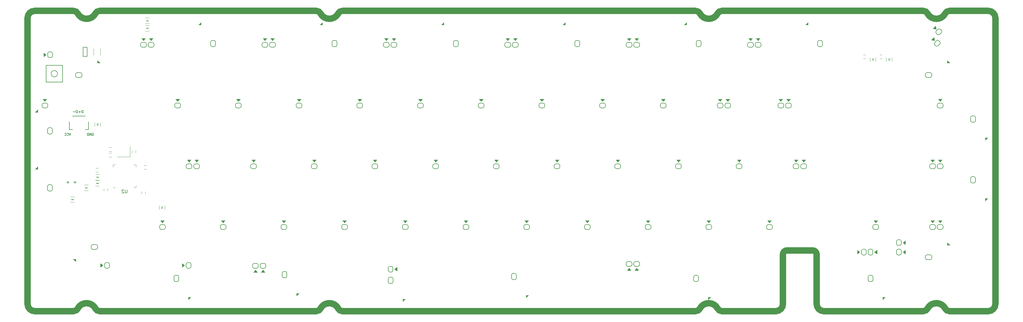
<source format=gbr>
G04 #@! TF.GenerationSoftware,KiCad,Pcbnew,(5.1.10)-1*
G04 #@! TF.CreationDate,2021-10-10T16:41:08+07:00*
G04 #@! TF.ProjectId,averange65,61766572-616e-4676-9536-352e6b696361,rev?*
G04 #@! TF.SameCoordinates,Original*
G04 #@! TF.FileFunction,Legend,Bot*
G04 #@! TF.FilePolarity,Positive*
%FSLAX46Y46*%
G04 Gerber Fmt 4.6, Leading zero omitted, Abs format (unit mm)*
G04 Created by KiCad (PCBNEW (5.1.10)-1) date 2021-10-10 16:41:08*
%MOMM*%
%LPD*%
G01*
G04 APERTURE LIST*
%ADD10C,2.000000*%
%ADD11C,0.187500*%
%ADD12C,0.120000*%
%ADD13C,0.100000*%
%ADD14C,0.150000*%
G04 APERTURE END LIST*
D10*
X218275846Y-38942437D02*
X281466126Y-38942500D01*
X216945330Y-39749814D02*
G75*
G02*
X218275846Y-38942437I1330516J-692623D01*
G01*
X210028626Y-38942374D02*
G75*
G02*
X211359704Y-39748825I1044J-1500000D01*
G01*
X216945330Y-39749814D02*
G75*
G02*
X211359704Y-39748825I-2792555J1457440D01*
G01*
X210028626Y-38942374D02*
X99213346Y-38942437D01*
X97882830Y-39749814D02*
G75*
G02*
X99213346Y-38942437I1330516J-692623D01*
G01*
X90966126Y-38942374D02*
G75*
G02*
X92297204Y-39748825I1044J-1500000D01*
G01*
X97882830Y-39749814D02*
G75*
G02*
X92297204Y-39748825I-2792555J1457440D01*
G01*
X23012337Y-38942374D02*
X90966126Y-38942374D01*
X250265241Y-133142437D02*
X281466126Y-133142500D01*
X99213346Y-133142437D02*
X210028626Y-133142374D01*
X99213346Y-133142437D02*
G75*
G02*
X97882268Y-132335986I-1044J1500000D01*
G01*
X92296642Y-132334997D02*
G75*
G02*
X90966126Y-133142374I-1330516J692623D01*
G01*
X92296642Y-132334997D02*
G75*
G02*
X97882268Y-132335986I2792555J-1457440D01*
G01*
X23012337Y-133142374D02*
X90966126Y-133142374D01*
X23012337Y-133142374D02*
G75*
G02*
X21681259Y-132335923I-1044J1500000D01*
G01*
X16095633Y-132334934D02*
G75*
G02*
X21681259Y-132335923I2792555J-1457440D01*
G01*
X16095633Y-132334934D02*
G75*
G02*
X14765117Y-133142311I-1330516J692623D01*
G01*
X282796642Y-132335123D02*
G75*
G02*
X281466126Y-133142500I-1330516J692623D01*
G01*
X289713346Y-133142563D02*
G75*
G02*
X288382268Y-132336112I-1044J1500000D01*
G01*
X282796642Y-132335123D02*
G75*
G02*
X288382268Y-132336112I2792555J-1457440D01*
G01*
X289713346Y-133142563D02*
X301866250Y-133142500D01*
X14765117Y-133142311D02*
X2613223Y-133142311D01*
X237440241Y-115342437D02*
G75*
G02*
X238690241Y-114092437I1250000J0D01*
G01*
X2613223Y-133142311D02*
G75*
G02*
X363223Y-130892311I0J2250000D01*
G01*
X211359142Y-132334997D02*
G75*
G02*
X216944768Y-132335986I2792555J-1457440D01*
G01*
X211359142Y-132334997D02*
G75*
G02*
X210028626Y-133142374I-1330516J692623D01*
G01*
X218275846Y-133142437D02*
X235190241Y-133142437D01*
X218275846Y-133142437D02*
G75*
G02*
X216944768Y-132335986I-1044J1500000D01*
G01*
X237440241Y-130892437D02*
G75*
G02*
X235190241Y-133142437I-2250000J0D01*
G01*
X238690241Y-114092437D02*
X246765241Y-114092437D01*
X237440241Y-115342437D02*
X237440241Y-130892437D01*
X246765241Y-114092437D02*
G75*
G02*
X248015241Y-115342437I0J-1250000D01*
G01*
X248015241Y-115342437D02*
X248015241Y-130892437D01*
X250265241Y-133142437D02*
G75*
G02*
X248015241Y-130892437I0J2250000D01*
G01*
X301866250Y-133142500D02*
G75*
G03*
X304116250Y-130892500I0J2250000D01*
G01*
X304116250Y-130892500D02*
X304116250Y-41192500D01*
X304116250Y-41192500D02*
G75*
G03*
X301866250Y-38942500I-2250000J0D01*
G01*
X289713346Y-38942563D02*
X301866250Y-38942500D01*
X281466126Y-38942500D02*
G75*
G02*
X282797204Y-39748951I1044J-1500000D01*
G01*
X288382830Y-39749940D02*
G75*
G02*
X289713346Y-38942563I1330516J-692623D01*
G01*
X288382830Y-39749940D02*
G75*
G02*
X282797204Y-39748951I-2792555J1457440D01*
G01*
X21681821Y-39749751D02*
G75*
G02*
X16096195Y-39748762I-2792555J1457440D01*
G01*
X14765117Y-38942311D02*
G75*
G02*
X16096195Y-39748762I1044J-1500000D01*
G01*
X21681821Y-39749751D02*
G75*
G02*
X23012337Y-38942374I1330516J-692623D01*
G01*
X14765117Y-38942311D02*
X2613223Y-38942311D01*
X2613223Y-38942311D02*
G75*
G03*
X363223Y-41192311I0J-2250000D01*
G01*
X363223Y-130892311D02*
X363223Y-41192311D01*
D11*
X17766219Y-70903995D02*
X17766219Y-70153995D01*
X17587647Y-70153995D01*
X17480505Y-70189710D01*
X17409076Y-70261138D01*
X17373362Y-70332567D01*
X17337647Y-70475424D01*
X17337647Y-70582567D01*
X17373362Y-70725424D01*
X17409076Y-70796852D01*
X17480505Y-70868281D01*
X17587647Y-70903995D01*
X17766219Y-70903995D01*
X17016219Y-70618281D02*
X16444790Y-70618281D01*
X16730505Y-70903995D02*
X16730505Y-70332567D01*
X15980274Y-70903995D02*
X15980274Y-70153995D01*
X15801702Y-70153995D01*
X15694560Y-70189710D01*
X15623131Y-70261138D01*
X15587417Y-70332567D01*
X15551702Y-70475424D01*
X15551702Y-70582567D01*
X15587417Y-70725424D01*
X15623131Y-70796852D01*
X15694560Y-70868281D01*
X15801702Y-70903995D01*
X15980274Y-70903995D01*
X15230274Y-70618281D02*
X14658845Y-70618281D01*
X20653508Y-77333490D02*
X20724937Y-77297775D01*
X20832080Y-77297775D01*
X20939222Y-77333490D01*
X21010651Y-77404918D01*
X21046365Y-77476347D01*
X21082080Y-77619204D01*
X21082080Y-77726347D01*
X21046365Y-77869204D01*
X21010651Y-77940632D01*
X20939222Y-78012061D01*
X20832080Y-78047775D01*
X20760651Y-78047775D01*
X20653508Y-78012061D01*
X20617794Y-77976347D01*
X20617794Y-77726347D01*
X20760651Y-77726347D01*
X20296365Y-78047775D02*
X20296365Y-77297775D01*
X19867794Y-78047775D01*
X19867794Y-77297775D01*
X19510651Y-78047775D02*
X19510651Y-77297775D01*
X19332080Y-77297775D01*
X19224937Y-77333490D01*
X19153508Y-77404918D01*
X19117794Y-77476347D01*
X19082080Y-77619204D01*
X19082080Y-77726347D01*
X19117794Y-77869204D01*
X19153508Y-77940632D01*
X19224937Y-78012061D01*
X19332080Y-78047775D01*
X19510651Y-78047775D01*
X13938300Y-77297775D02*
X13688300Y-78047775D01*
X13438300Y-77297775D01*
X12759728Y-77976347D02*
X12795442Y-78012061D01*
X12902585Y-78047775D01*
X12974014Y-78047775D01*
X13081157Y-78012061D01*
X13152585Y-77940632D01*
X13188300Y-77869204D01*
X13224014Y-77726347D01*
X13224014Y-77619204D01*
X13188300Y-77476347D01*
X13152585Y-77404918D01*
X13081157Y-77333490D01*
X12974014Y-77297775D01*
X12902585Y-77297775D01*
X12795442Y-77333490D01*
X12759728Y-77369204D01*
X12009728Y-77976347D02*
X12045442Y-78012061D01*
X12152585Y-78047775D01*
X12224014Y-78047775D01*
X12331157Y-78012061D01*
X12402585Y-77940632D01*
X12438300Y-77869204D01*
X12474014Y-77726347D01*
X12474014Y-77619204D01*
X12438300Y-77476347D01*
X12402585Y-77404918D01*
X12331157Y-77333490D01*
X12224014Y-77297775D01*
X12152585Y-77297775D01*
X12045442Y-77333490D01*
X12009728Y-77369204D01*
D12*
X32559380Y-84692130D02*
X28559380Y-84692130D01*
X32559380Y-81392130D02*
X32559380Y-84692130D01*
D13*
X270909108Y-54243309D02*
X270509108Y-54143309D01*
X270509108Y-53943309D02*
X270909108Y-53843309D01*
X270909108Y-54443309D02*
X270509108Y-54343309D01*
X270509108Y-54543309D02*
X270909108Y-54443309D01*
X270509108Y-54343309D02*
X270909108Y-54243309D01*
X270509108Y-54143309D02*
X270909108Y-54043309D01*
X270909108Y-54043309D02*
X270509108Y-53943309D01*
D12*
X271589108Y-54793309D02*
X271589108Y-53593309D01*
X269829108Y-53593309D02*
X269829108Y-54793309D01*
D13*
X265448939Y-54143309D02*
X265848939Y-54243309D01*
X265848939Y-54443309D02*
X265448939Y-54543309D01*
X265448939Y-53943309D02*
X265848939Y-54043309D01*
X265848939Y-53843309D02*
X265448939Y-53943309D01*
X265848939Y-54043309D02*
X265448939Y-54143309D01*
X265848939Y-54243309D02*
X265448939Y-54343309D01*
X265448939Y-54343309D02*
X265848939Y-54443309D01*
D12*
X264768939Y-53593309D02*
X264768939Y-54793309D01*
X266528939Y-54793309D02*
X266528939Y-53593309D01*
D13*
X18714250Y-94624500D02*
X18814250Y-94224500D01*
X19014250Y-94224500D02*
X19114250Y-94624500D01*
X18514250Y-94624500D02*
X18614250Y-94224500D01*
X18414250Y-94224500D02*
X18514250Y-94624500D01*
X18614250Y-94224500D02*
X18714250Y-94624500D01*
X18814250Y-94224500D02*
X18914250Y-94624500D01*
X18914250Y-94624500D02*
X19014250Y-94224500D01*
D12*
X18164250Y-95304500D02*
X19364250Y-95304500D01*
X19364250Y-93544500D02*
X18164250Y-93544500D01*
D13*
X14396250Y-98307500D02*
X14496250Y-97907500D01*
X14696250Y-97907500D02*
X14796250Y-98307500D01*
X14196250Y-98307500D02*
X14296250Y-97907500D01*
X14096250Y-97907500D02*
X14196250Y-98307500D01*
X14296250Y-97907500D02*
X14396250Y-98307500D01*
X14496250Y-97907500D02*
X14596250Y-98307500D01*
X14596250Y-98307500D02*
X14696250Y-97907500D01*
D12*
X13846250Y-98987500D02*
X15046250Y-98987500D01*
X15046250Y-97227500D02*
X13846250Y-97227500D01*
D13*
X42776750Y-100697500D02*
X42376750Y-100597500D01*
X42376750Y-100397500D02*
X42776750Y-100297500D01*
X42776750Y-100897500D02*
X42376750Y-100797500D01*
X42376750Y-100997500D02*
X42776750Y-100897500D01*
X42376750Y-100797500D02*
X42776750Y-100697500D01*
X42376750Y-100597500D02*
X42776750Y-100497500D01*
X42776750Y-100497500D02*
X42376750Y-100397500D01*
D12*
X43456750Y-101247500D02*
X43456750Y-100047500D01*
X41696750Y-100047500D02*
X41696750Y-101247500D01*
D13*
X22120250Y-74496500D02*
X22520250Y-74596500D01*
X22520250Y-74796500D02*
X22120250Y-74896500D01*
X22120250Y-74296500D02*
X22520250Y-74396500D01*
X22520250Y-74196500D02*
X22120250Y-74296500D01*
X22520250Y-74396500D02*
X22120250Y-74496500D01*
X22520250Y-74596500D02*
X22120250Y-74696500D01*
X22120250Y-74696500D02*
X22520250Y-74796500D01*
D12*
X21440250Y-73946500D02*
X21440250Y-75146500D01*
X23200250Y-75146500D02*
X23200250Y-73946500D01*
D13*
X22364597Y-92838023D02*
X22264597Y-93238023D01*
X22064597Y-93238023D02*
X21964597Y-92838023D01*
X22564597Y-92838023D02*
X22464597Y-93238023D01*
X22664597Y-93238023D02*
X22564597Y-92838023D01*
X22464597Y-93238023D02*
X22364597Y-92838023D01*
X22264597Y-93238023D02*
X22164597Y-92838023D01*
X22164597Y-92838023D02*
X22064597Y-93238023D01*
D12*
X22914597Y-92158023D02*
X21714597Y-92158023D01*
X21714597Y-93918023D02*
X22914597Y-93918023D01*
D13*
X22364597Y-90903246D02*
X22264597Y-91303246D01*
X22064597Y-91303246D02*
X21964597Y-90903246D01*
X22564597Y-90903246D02*
X22464597Y-91303246D01*
X22664597Y-91303246D02*
X22564597Y-90903246D01*
X22464597Y-91303246D02*
X22364597Y-90903246D01*
X22264597Y-91303246D02*
X22164597Y-90903246D01*
X22164597Y-90903246D02*
X22064597Y-91303246D01*
D12*
X22914597Y-90223246D02*
X21714597Y-90223246D01*
X21714597Y-91983246D02*
X22914597Y-91983246D01*
D13*
X37991530Y-44170850D02*
X37891530Y-44570850D01*
X37691530Y-44570850D02*
X37591530Y-44170850D01*
X38191530Y-44170850D02*
X38091530Y-44570850D01*
X38291530Y-44570850D02*
X38191530Y-44170850D01*
X38091530Y-44570850D02*
X37991530Y-44170850D01*
X37891530Y-44570850D02*
X37791530Y-44170850D01*
X37791530Y-44170850D02*
X37691530Y-44570850D01*
D12*
X38541530Y-43490850D02*
X37341530Y-43490850D01*
X37341530Y-45250850D02*
X38541530Y-45250850D01*
D13*
X37991530Y-41789590D02*
X37891530Y-42189590D01*
X37691530Y-42189590D02*
X37591530Y-41789590D01*
X38191530Y-41789590D02*
X38091530Y-42189590D01*
X38291530Y-42189590D02*
X38191530Y-41789590D01*
X38091530Y-42189590D02*
X37991530Y-41789590D01*
X37891530Y-42189590D02*
X37791530Y-41789590D01*
X37791530Y-41789590D02*
X37691530Y-42189590D01*
D12*
X38541530Y-41109590D02*
X37341530Y-41109590D01*
X37341530Y-42869590D02*
X38541530Y-42869590D01*
X267834881Y-53900338D02*
X268534881Y-53900338D01*
X268534881Y-52700338D02*
X267834881Y-52700338D01*
X263320026Y-52700338D02*
X262620026Y-52700338D01*
X262620026Y-53900338D02*
X263320026Y-53900338D01*
X36956250Y-88611000D02*
X37656250Y-88611000D01*
X37656250Y-87411000D02*
X36956250Y-87411000D01*
X22515768Y-88270811D02*
X21815768Y-88270811D01*
X21815768Y-89470811D02*
X22515768Y-89470811D01*
X26654880Y-83585130D02*
X25954880Y-83585130D01*
X25954880Y-84785130D02*
X26654880Y-84785130D01*
X37350706Y-96362000D02*
X37350706Y-95662000D01*
X36150706Y-95662000D02*
X36150706Y-96362000D01*
X26654880Y-81807130D02*
X25954880Y-81807130D01*
X25954880Y-83007130D02*
X26654880Y-83007130D01*
X34334380Y-83455630D02*
X34334380Y-82755630D01*
X33134380Y-82755630D02*
X33134380Y-83455630D01*
X25523750Y-95397500D02*
X25523750Y-94697500D01*
X24323750Y-94697500D02*
X24323750Y-95397500D01*
D13*
G36*
X289792570Y-112418020D02*
G01*
X288992570Y-112418020D01*
X288992570Y-111618020D01*
X289792570Y-112418020D01*
G37*
X289792570Y-112418020D02*
X288992570Y-112418020D01*
X288992570Y-111618020D01*
X289792570Y-112418020D01*
D14*
X284142570Y-116468020D02*
X284142570Y-115968020D01*
X282642570Y-116968020D02*
X283642570Y-116968020D01*
X282142570Y-115968020D02*
X282142570Y-116468020D01*
X283642570Y-115468020D02*
X282642570Y-115468020D01*
X282142570Y-116468020D02*
G75*
G03*
X282642570Y-116968020I500000J0D01*
G01*
X283642570Y-116968020D02*
G75*
G03*
X284142570Y-116468020I0J500000D01*
G01*
X284142570Y-115968020D02*
G75*
G03*
X283642570Y-115468020I-500000J0D01*
G01*
X282642570Y-115468020D02*
G75*
G03*
X282142570Y-115968020I0J-500000D01*
G01*
D13*
G36*
X268742350Y-129533470D02*
G01*
X268742350Y-128733470D01*
X269542350Y-128733470D01*
X268742350Y-129533470D01*
G37*
X268742350Y-129533470D02*
X268742350Y-128733470D01*
X269542350Y-128733470D01*
X268742350Y-129533470D01*
D14*
X264692350Y-123883470D02*
X265192350Y-123883470D01*
X264192350Y-122383470D02*
X264192350Y-123383470D01*
X265192350Y-121883470D02*
X264692350Y-121883470D01*
X265692350Y-123383470D02*
X265692350Y-122383470D01*
X264692350Y-121883470D02*
G75*
G03*
X264192350Y-122383470I0J-500000D01*
G01*
X264192350Y-123383470D02*
G75*
G03*
X264692350Y-123883470I500000J0D01*
G01*
X265192350Y-123883470D02*
G75*
G03*
X265692350Y-123383470I0J500000D01*
G01*
X265692350Y-122383470D02*
G75*
G03*
X265192350Y-121883470I-500000J0D01*
G01*
D13*
G36*
X213973510Y-129533690D02*
G01*
X213973510Y-128733690D01*
X214773510Y-128733690D01*
X213973510Y-129533690D01*
G37*
X213973510Y-129533690D02*
X213973510Y-128733690D01*
X214773510Y-128733690D01*
X213973510Y-129533690D01*
D14*
X209923510Y-123883690D02*
X210423510Y-123883690D01*
X209423510Y-122383690D02*
X209423510Y-123383690D01*
X210423510Y-121883690D02*
X209923510Y-121883690D01*
X210923510Y-123383690D02*
X210923510Y-122383690D01*
X209923510Y-121883690D02*
G75*
G03*
X209423510Y-122383690I0J-500000D01*
G01*
X209423510Y-123383690D02*
G75*
G03*
X209923510Y-123883690I500000J0D01*
G01*
X210423510Y-123883690D02*
G75*
G03*
X210923510Y-123383690I0J500000D01*
G01*
X210923510Y-122383690D02*
G75*
G03*
X210423510Y-121883690I-500000J0D01*
G01*
D13*
G36*
X156822626Y-128937881D02*
G01*
X156822626Y-128137881D01*
X157622626Y-128137881D01*
X156822626Y-128937881D01*
G37*
X156822626Y-128937881D02*
X156822626Y-128137881D01*
X157622626Y-128137881D01*
X156822626Y-128937881D01*
D14*
X152772626Y-123287881D02*
X153272626Y-123287881D01*
X152272626Y-121787881D02*
X152272626Y-122787881D01*
X153272626Y-121287881D02*
X152772626Y-121287881D01*
X153772626Y-122787881D02*
X153772626Y-121787881D01*
X152772626Y-121287881D02*
G75*
G03*
X152272626Y-121787881I0J-500000D01*
G01*
X152272626Y-122787881D02*
G75*
G03*
X152772626Y-123287881I500000J0D01*
G01*
X153272626Y-123287881D02*
G75*
G03*
X153772626Y-122787881I0J500000D01*
G01*
X153772626Y-121787881D02*
G75*
G03*
X153272626Y-121287881I-500000J0D01*
G01*
D13*
G36*
X118127281Y-130128507D02*
G01*
X118127281Y-129328507D01*
X118927281Y-129328507D01*
X118127281Y-130128507D01*
G37*
X118127281Y-130128507D02*
X118127281Y-129328507D01*
X118927281Y-129328507D01*
X118127281Y-130128507D01*
D14*
X114077281Y-124478507D02*
X114577281Y-124478507D01*
X113577281Y-122978507D02*
X113577281Y-123978507D01*
X114577281Y-122478507D02*
X114077281Y-122478507D01*
X115077281Y-123978507D02*
X115077281Y-122978507D01*
X114077281Y-122478507D02*
G75*
G03*
X113577281Y-122978507I0J-500000D01*
G01*
X113577281Y-123978507D02*
G75*
G03*
X114077281Y-124478507I500000J0D01*
G01*
X114577281Y-124478507D02*
G75*
G03*
X115077281Y-123978507I0J500000D01*
G01*
X115077281Y-122978507D02*
G75*
G03*
X114577281Y-122478507I-500000J0D01*
G01*
D13*
G36*
X84789753Y-128342568D02*
G01*
X84789753Y-127542568D01*
X85589753Y-127542568D01*
X84789753Y-128342568D01*
G37*
X84789753Y-128342568D02*
X84789753Y-127542568D01*
X85589753Y-127542568D01*
X84789753Y-128342568D01*
D14*
X80739753Y-122692568D02*
X81239753Y-122692568D01*
X80239753Y-121192568D02*
X80239753Y-122192568D01*
X81239753Y-120692568D02*
X80739753Y-120692568D01*
X81739753Y-122192568D02*
X81739753Y-121192568D01*
X80739753Y-120692568D02*
G75*
G03*
X80239753Y-121192568I0J-500000D01*
G01*
X80239753Y-122192568D02*
G75*
G03*
X80739753Y-122692568I500000J0D01*
G01*
X81239753Y-122692568D02*
G75*
G03*
X81739753Y-122192568I0J500000D01*
G01*
X81739753Y-121192568D02*
G75*
G03*
X81239753Y-120692568I-500000J0D01*
G01*
D13*
G36*
X50857200Y-129533690D02*
G01*
X50857200Y-128733690D01*
X51657200Y-128733690D01*
X50857200Y-129533690D01*
G37*
X50857200Y-129533690D02*
X50857200Y-128733690D01*
X51657200Y-128733690D01*
X50857200Y-129533690D01*
D14*
X46807200Y-123883690D02*
X47307200Y-123883690D01*
X46307200Y-122383690D02*
X46307200Y-123383690D01*
X47307200Y-121883690D02*
X46807200Y-121883690D01*
X47807200Y-123383690D02*
X47807200Y-122383690D01*
X46807200Y-121883690D02*
G75*
G03*
X46307200Y-122383690I0J-500000D01*
G01*
X46307200Y-123383690D02*
G75*
G03*
X46807200Y-123883690I500000J0D01*
G01*
X47307200Y-123883690D02*
G75*
G03*
X47807200Y-123383690I0J500000D01*
G01*
X47807200Y-122383690D02*
G75*
G03*
X47307200Y-121883690I-500000J0D01*
G01*
D13*
G36*
X14691450Y-116818020D02*
G01*
X15491450Y-116818020D01*
X15491450Y-117618020D01*
X14691450Y-116818020D01*
G37*
X14691450Y-116818020D02*
X15491450Y-116818020D01*
X15491450Y-117618020D01*
X14691450Y-116818020D01*
D14*
X20341450Y-112768020D02*
X20341450Y-113268020D01*
X21841450Y-112268020D02*
X20841450Y-112268020D01*
X22341450Y-113268020D02*
X22341450Y-112768020D01*
X20841450Y-113768020D02*
X21841450Y-113768020D01*
X22341450Y-112768020D02*
G75*
G03*
X21841450Y-112268020I-500000J0D01*
G01*
X20841450Y-112268020D02*
G75*
G03*
X20341450Y-112768020I0J-500000D01*
G01*
X20341450Y-113268020D02*
G75*
G03*
X20841450Y-113768020I500000J0D01*
G01*
X21841450Y-113768020D02*
G75*
G03*
X22341450Y-113268020I0J500000D01*
G01*
D13*
G36*
X3594520Y-87796050D02*
G01*
X3594520Y-88596050D01*
X2794520Y-88596050D01*
X3594520Y-87796050D01*
G37*
X3594520Y-87796050D02*
X3594520Y-88596050D01*
X2794520Y-88596050D01*
X3594520Y-87796050D01*
D14*
X7644520Y-93446050D02*
X7144520Y-93446050D01*
X8144520Y-94946050D02*
X8144520Y-93946050D01*
X7144520Y-95446050D02*
X7644520Y-95446050D01*
X6644520Y-93946050D02*
X6644520Y-94946050D01*
X7644520Y-95446050D02*
G75*
G03*
X8144520Y-94946050I0J500000D01*
G01*
X8144520Y-93946050D02*
G75*
G03*
X7644520Y-93446050I-500000J0D01*
G01*
X7144520Y-93446050D02*
G75*
G03*
X6644520Y-93946050I0J-500000D01*
G01*
X6644520Y-94946050D02*
G75*
G03*
X7144520Y-95446050I500000J0D01*
G01*
D13*
G36*
X3594520Y-69936600D02*
G01*
X3594520Y-70736600D01*
X2794520Y-70736600D01*
X3594520Y-69936600D01*
G37*
X3594520Y-69936600D02*
X3594520Y-70736600D01*
X2794520Y-70736600D01*
X3594520Y-69936600D01*
D14*
X7644520Y-75586600D02*
X7144520Y-75586600D01*
X8144520Y-77086600D02*
X8144520Y-76086600D01*
X7144520Y-77586600D02*
X7644520Y-77586600D01*
X6644520Y-76086600D02*
X6644520Y-77086600D01*
X7644520Y-77586600D02*
G75*
G03*
X8144520Y-77086600I0J500000D01*
G01*
X8144520Y-76086600D02*
G75*
G03*
X7644520Y-75586600I-500000J0D01*
G01*
X7144520Y-75586600D02*
G75*
G03*
X6644520Y-76086600I0J-500000D01*
G01*
X6644520Y-77086600D02*
G75*
G03*
X7144520Y-77586600I500000J0D01*
G01*
D13*
G36*
X300889500Y-98577310D02*
G01*
X300889500Y-97777310D01*
X301689500Y-97777310D01*
X300889500Y-98577310D01*
G37*
X300889500Y-98577310D02*
X300889500Y-97777310D01*
X301689500Y-97777310D01*
X300889500Y-98577310D01*
D14*
X296839500Y-92927310D02*
X297339500Y-92927310D01*
X296339500Y-91427310D02*
X296339500Y-92427310D01*
X297339500Y-90927310D02*
X296839500Y-90927310D01*
X297839500Y-92427310D02*
X297839500Y-91427310D01*
X296839500Y-90927310D02*
G75*
G03*
X296339500Y-91427310I0J-500000D01*
G01*
X296339500Y-92427310D02*
G75*
G03*
X296839500Y-92927310I500000J0D01*
G01*
X297339500Y-92927310D02*
G75*
G03*
X297839500Y-92427310I0J500000D01*
G01*
X297839500Y-91427310D02*
G75*
G03*
X297339500Y-90927310I-500000J0D01*
G01*
D13*
G36*
X300889500Y-79527230D02*
G01*
X300889500Y-78727230D01*
X301689500Y-78727230D01*
X300889500Y-79527230D01*
G37*
X300889500Y-79527230D02*
X300889500Y-78727230D01*
X301689500Y-78727230D01*
X300889500Y-79527230D01*
D14*
X296839500Y-73877230D02*
X297339500Y-73877230D01*
X296339500Y-72377230D02*
X296339500Y-73377230D01*
X297339500Y-71877230D02*
X296839500Y-71877230D01*
X297839500Y-73377230D02*
X297839500Y-72377230D01*
X296839500Y-71877230D02*
G75*
G03*
X296339500Y-72377230I0J-500000D01*
G01*
X296339500Y-73377230D02*
G75*
G03*
X296839500Y-73877230I500000J0D01*
G01*
X297339500Y-73877230D02*
G75*
G03*
X297839500Y-73377230I0J500000D01*
G01*
X297839500Y-72377230D02*
G75*
G03*
X297339500Y-71877230I-500000J0D01*
G01*
D13*
G36*
X289792570Y-55267780D02*
G01*
X288992570Y-55267780D01*
X288992570Y-54467780D01*
X289792570Y-55267780D01*
G37*
X289792570Y-55267780D02*
X288992570Y-55267780D01*
X288992570Y-54467780D01*
X289792570Y-55267780D01*
D14*
X284142570Y-59317780D02*
X284142570Y-58817780D01*
X282642570Y-59817780D02*
X283642570Y-59817780D01*
X282142570Y-58817780D02*
X282142570Y-59317780D01*
X283642570Y-58317780D02*
X282642570Y-58317780D01*
X282142570Y-59317780D02*
G75*
G03*
X282642570Y-59817780I500000J0D01*
G01*
X283642570Y-59817780D02*
G75*
G03*
X284142570Y-59317780I0J500000D01*
G01*
X284142570Y-58817780D02*
G75*
G03*
X283642570Y-58317780I-500000J0D01*
G01*
X282642570Y-58317780D02*
G75*
G03*
X282142570Y-58817780I0J-500000D01*
G01*
D13*
G36*
X245292410Y-42552110D02*
G01*
X245292410Y-43352110D01*
X244492410Y-43352110D01*
X245292410Y-42552110D01*
G37*
X245292410Y-42552110D02*
X245292410Y-43352110D01*
X244492410Y-43352110D01*
X245292410Y-42552110D01*
D14*
X249342410Y-48202110D02*
X248842410Y-48202110D01*
X249842410Y-49702110D02*
X249842410Y-48702110D01*
X248842410Y-50202110D02*
X249342410Y-50202110D01*
X248342410Y-48702110D02*
X248342410Y-49702110D01*
X249342410Y-50202110D02*
G75*
G03*
X249842410Y-49702110I0J500000D01*
G01*
X249842410Y-48702110D02*
G75*
G03*
X249342410Y-48202110I-500000J0D01*
G01*
X248842410Y-48202110D02*
G75*
G03*
X248342410Y-48702110I0J-500000D01*
G01*
X248342410Y-49702110D02*
G75*
G03*
X248842410Y-50202110I500000J0D01*
G01*
D13*
G36*
X207192250Y-42552110D02*
G01*
X207192250Y-43352110D01*
X206392250Y-43352110D01*
X207192250Y-42552110D01*
G37*
X207192250Y-42552110D02*
X207192250Y-43352110D01*
X206392250Y-43352110D01*
X207192250Y-42552110D01*
D14*
X211242250Y-48202110D02*
X210742250Y-48202110D01*
X211742250Y-49702110D02*
X211742250Y-48702110D01*
X210742250Y-50202110D02*
X211242250Y-50202110D01*
X210242250Y-48702110D02*
X210242250Y-49702110D01*
X211242250Y-50202110D02*
G75*
G03*
X211742250Y-49702110I0J500000D01*
G01*
X211742250Y-48702110D02*
G75*
G03*
X211242250Y-48202110I-500000J0D01*
G01*
X210742250Y-48202110D02*
G75*
G03*
X210242250Y-48702110I0J-500000D01*
G01*
X210242250Y-49702110D02*
G75*
G03*
X210742250Y-50202110I500000J0D01*
G01*
D13*
G36*
X169092090Y-42552110D02*
G01*
X169092090Y-43352110D01*
X168292090Y-43352110D01*
X169092090Y-42552110D01*
G37*
X169092090Y-42552110D02*
X169092090Y-43352110D01*
X168292090Y-43352110D01*
X169092090Y-42552110D01*
D14*
X173142090Y-48202110D02*
X172642090Y-48202110D01*
X173642090Y-49702110D02*
X173642090Y-48702110D01*
X172642090Y-50202110D02*
X173142090Y-50202110D01*
X172142090Y-48702110D02*
X172142090Y-49702110D01*
X173142090Y-50202110D02*
G75*
G03*
X173642090Y-49702110I0J500000D01*
G01*
X173642090Y-48702110D02*
G75*
G03*
X173142090Y-48202110I-500000J0D01*
G01*
X172642090Y-48202110D02*
G75*
G03*
X172142090Y-48702110I0J-500000D01*
G01*
X172142090Y-49702110D02*
G75*
G03*
X172642090Y-50202110I500000J0D01*
G01*
D13*
G36*
X130991930Y-42552110D02*
G01*
X130991930Y-43352110D01*
X130191930Y-43352110D01*
X130991930Y-42552110D01*
G37*
X130991930Y-42552110D02*
X130991930Y-43352110D01*
X130191930Y-43352110D01*
X130991930Y-42552110D01*
D14*
X135041930Y-48202110D02*
X134541930Y-48202110D01*
X135541930Y-49702110D02*
X135541930Y-48702110D01*
X134541930Y-50202110D02*
X135041930Y-50202110D01*
X134041930Y-48702110D02*
X134041930Y-49702110D01*
X135041930Y-50202110D02*
G75*
G03*
X135541930Y-49702110I0J500000D01*
G01*
X135541930Y-48702110D02*
G75*
G03*
X135041930Y-48202110I-500000J0D01*
G01*
X134541930Y-48202110D02*
G75*
G03*
X134041930Y-48702110I0J-500000D01*
G01*
X134041930Y-49702110D02*
G75*
G03*
X134541930Y-50202110I500000J0D01*
G01*
D13*
G36*
X92891770Y-42552110D02*
G01*
X92891770Y-43352110D01*
X92091770Y-43352110D01*
X92891770Y-42552110D01*
G37*
X92891770Y-42552110D02*
X92891770Y-43352110D01*
X92091770Y-43352110D01*
X92891770Y-42552110D01*
D14*
X96941770Y-48202110D02*
X96441770Y-48202110D01*
X97441770Y-49702110D02*
X97441770Y-48702110D01*
X96441770Y-50202110D02*
X96941770Y-50202110D01*
X95941770Y-48702110D02*
X95941770Y-49702110D01*
X96941770Y-50202110D02*
G75*
G03*
X97441770Y-49702110I0J500000D01*
G01*
X97441770Y-48702110D02*
G75*
G03*
X96941770Y-48202110I-500000J0D01*
G01*
X96441770Y-48202110D02*
G75*
G03*
X95941770Y-48702110I0J-500000D01*
G01*
X95941770Y-49702110D02*
G75*
G03*
X96441770Y-50202110I500000J0D01*
G01*
D13*
G36*
X54791610Y-42552110D02*
G01*
X54791610Y-43352110D01*
X53991610Y-43352110D01*
X54791610Y-42552110D01*
G37*
X54791610Y-42552110D02*
X54791610Y-43352110D01*
X53991610Y-43352110D01*
X54791610Y-42552110D01*
D14*
X58841610Y-48202110D02*
X58341610Y-48202110D01*
X59341610Y-49702110D02*
X59341610Y-48702110D01*
X58341610Y-50202110D02*
X58841610Y-50202110D01*
X57841610Y-48702110D02*
X57841610Y-49702110D01*
X58841610Y-50202110D02*
G75*
G03*
X59341610Y-49702110I0J500000D01*
G01*
X59341610Y-48702110D02*
G75*
G03*
X58841610Y-48202110I-500000J0D01*
G01*
X58341610Y-48202110D02*
G75*
G03*
X57841610Y-48702110I0J-500000D01*
G01*
X57841610Y-49702110D02*
G75*
G03*
X58341610Y-50202110I500000J0D01*
G01*
D13*
G36*
X23091450Y-55267780D02*
G01*
X22291450Y-55267780D01*
X22291450Y-54467780D01*
X23091450Y-55267780D01*
G37*
X23091450Y-55267780D02*
X22291450Y-55267780D01*
X22291450Y-54467780D01*
X23091450Y-55267780D01*
D14*
X17441450Y-59317780D02*
X17441450Y-58817780D01*
X15941450Y-59817780D02*
X16941450Y-59817780D01*
X15441450Y-58817780D02*
X15441450Y-59317780D01*
X16941450Y-58317780D02*
X15941450Y-58317780D01*
X15441450Y-59317780D02*
G75*
G03*
X15941450Y-59817780I500000J0D01*
G01*
X16941450Y-59817780D02*
G75*
G03*
X17441450Y-59317780I0J500000D01*
G01*
X17441450Y-58817780D02*
G75*
G03*
X16941450Y-58317780I-500000J0D01*
G01*
X15941450Y-58317780D02*
G75*
G03*
X15441450Y-58817780I0J-500000D01*
G01*
X274572215Y-115018020D02*
X274572215Y-114218020D01*
X273572253Y-115518020D02*
X274072215Y-115518020D01*
X273072215Y-115018020D02*
X273072215Y-114218020D01*
X274072177Y-113718020D02*
X273572215Y-113718020D01*
D13*
G36*
X275072215Y-114618020D02*
G01*
X275872215Y-115218020D01*
X275872215Y-114018020D01*
X275072215Y-114618020D01*
G37*
X275072215Y-114618020D02*
X275872215Y-115218020D01*
X275872215Y-114018020D01*
X275072215Y-114618020D01*
D14*
X274072215Y-115518020D02*
G75*
G03*
X274572215Y-115018020I0J500000D01*
G01*
X273072215Y-115018020D02*
G75*
G03*
X273572215Y-115518020I500000J0D01*
G01*
X273572215Y-113718020D02*
G75*
G03*
X273072215Y-114218020I0J-500000D01*
G01*
X274572215Y-114218020D02*
G75*
G03*
X274072215Y-113718020I-500000J0D01*
G01*
X265642490Y-115018020D02*
X265642490Y-114218020D01*
X264642528Y-115518020D02*
X265142490Y-115518020D01*
X264142490Y-115018020D02*
X264142490Y-114218020D01*
X265142452Y-113718020D02*
X264642490Y-113718020D01*
D13*
G36*
X266142490Y-114618020D02*
G01*
X266942490Y-115218020D01*
X266942490Y-114018020D01*
X266142490Y-114618020D01*
G37*
X266142490Y-114618020D02*
X266942490Y-115218020D01*
X266942490Y-114018020D01*
X266142490Y-114618020D01*
D14*
X265142490Y-115518020D02*
G75*
G03*
X265642490Y-115018020I0J500000D01*
G01*
X264142490Y-115018020D02*
G75*
G03*
X264642490Y-115518020I500000J0D01*
G01*
X264642490Y-113718020D02*
G75*
G03*
X264142490Y-114218020I0J-500000D01*
G01*
X265642490Y-114218020D02*
G75*
G03*
X265142490Y-113718020I-500000J0D01*
G01*
X262084515Y-114217800D02*
X262084515Y-115017800D01*
X263084477Y-113717800D02*
X262584515Y-113717800D01*
X263584515Y-114217800D02*
X263584515Y-115017800D01*
X262584553Y-115517800D02*
X263084515Y-115517800D01*
D13*
G36*
X261584515Y-114617800D02*
G01*
X260784515Y-114017800D01*
X260784515Y-115217800D01*
X261584515Y-114617800D01*
G37*
X261584515Y-114617800D02*
X260784515Y-114017800D01*
X260784515Y-115217800D01*
X261584515Y-114617800D01*
D14*
X262584515Y-113717800D02*
G75*
G03*
X262084515Y-114217800I0J-500000D01*
G01*
X263584515Y-114217800D02*
G75*
G03*
X263084515Y-113717800I-500000J0D01*
G01*
X263084515Y-115517800D02*
G75*
G03*
X263584515Y-115017800I0J500000D01*
G01*
X262084515Y-115017800D02*
G75*
G03*
X262584515Y-115517800I500000J0D01*
G01*
X274572075Y-112041225D02*
X274572075Y-111241225D01*
X273572113Y-112541225D02*
X274072075Y-112541225D01*
X273072075Y-112041225D02*
X273072075Y-111241225D01*
X274072037Y-110741225D02*
X273572075Y-110741225D01*
D13*
G36*
X275072075Y-111641225D02*
G01*
X275872075Y-112241225D01*
X275872075Y-111041225D01*
X275072075Y-111641225D01*
G37*
X275072075Y-111641225D02*
X275872075Y-112241225D01*
X275872075Y-111041225D01*
X275072075Y-111641225D01*
D14*
X274072075Y-112541225D02*
G75*
G03*
X274572075Y-112041225I0J500000D01*
G01*
X273072075Y-112041225D02*
G75*
G03*
X273572075Y-112541225I500000J0D01*
G01*
X273572075Y-110741225D02*
G75*
G03*
X273072075Y-111241225I0J-500000D01*
G01*
X274572075Y-111241225D02*
G75*
G03*
X274072075Y-110741225I-500000J0D01*
G01*
X191132032Y-119075377D02*
X191932032Y-119075377D01*
X190632032Y-118075415D02*
X190632032Y-118575377D01*
X191132032Y-117575377D02*
X191932032Y-117575377D01*
X192432032Y-118575339D02*
X192432032Y-118075377D01*
D13*
G36*
X191532032Y-119575377D02*
G01*
X190932032Y-120375377D01*
X192132032Y-120375377D01*
X191532032Y-119575377D01*
G37*
X191532032Y-119575377D02*
X190932032Y-120375377D01*
X192132032Y-120375377D01*
X191532032Y-119575377D01*
D14*
X190632032Y-118575377D02*
G75*
G03*
X191132032Y-119075377I500000J0D01*
G01*
X191132032Y-117575377D02*
G75*
G03*
X190632032Y-118075377I0J-500000D01*
G01*
X192432032Y-118075377D02*
G75*
G03*
X191932032Y-117575377I-500000J0D01*
G01*
X191932032Y-119075377D02*
G75*
G03*
X192432032Y-118575377I0J500000D01*
G01*
X188750780Y-119075377D02*
X189550780Y-119075377D01*
X188250780Y-118075415D02*
X188250780Y-118575377D01*
X188750780Y-117575377D02*
X189550780Y-117575377D01*
X190050780Y-118575339D02*
X190050780Y-118075377D01*
D13*
G36*
X189150780Y-119575377D02*
G01*
X188550780Y-120375377D01*
X189750780Y-120375377D01*
X189150780Y-119575377D01*
G37*
X189150780Y-119575377D02*
X188550780Y-120375377D01*
X189750780Y-120375377D01*
X189150780Y-119575377D01*
D14*
X188250780Y-118575377D02*
G75*
G03*
X188750780Y-119075377I500000J0D01*
G01*
X188750780Y-117575377D02*
G75*
G03*
X188250780Y-118075377I0J-500000D01*
G01*
X190050780Y-118075377D02*
G75*
G03*
X189550780Y-117575377I-500000J0D01*
G01*
X189550780Y-119075377D02*
G75*
G03*
X190050780Y-118575377I0J500000D01*
G01*
X73855371Y-119670690D02*
X74655371Y-119670690D01*
X73355371Y-118670728D02*
X73355371Y-119170690D01*
X73855371Y-118170690D02*
X74655371Y-118170690D01*
X75155371Y-119170652D02*
X75155371Y-118670690D01*
D13*
G36*
X74255371Y-120170690D02*
G01*
X73655371Y-120970690D01*
X74855371Y-120970690D01*
X74255371Y-120170690D01*
G37*
X74255371Y-120170690D02*
X73655371Y-120970690D01*
X74855371Y-120970690D01*
X74255371Y-120170690D01*
D14*
X73355371Y-119170690D02*
G75*
G03*
X73855371Y-119670690I500000J0D01*
G01*
X73855371Y-118170690D02*
G75*
G03*
X73355371Y-118670690I0J-500000D01*
G01*
X75155371Y-118670690D02*
G75*
G03*
X74655371Y-118170690I-500000J0D01*
G01*
X74655371Y-119670690D02*
G75*
G03*
X75155371Y-119170690I0J500000D01*
G01*
X115027281Y-120375377D02*
X115027281Y-119575377D01*
X114027319Y-120875377D02*
X114527281Y-120875377D01*
X113527281Y-120375377D02*
X113527281Y-119575377D01*
X114527243Y-119075377D02*
X114027281Y-119075377D01*
D13*
G36*
X115527281Y-119975377D02*
G01*
X116327281Y-120575377D01*
X116327281Y-119375377D01*
X115527281Y-119975377D01*
G37*
X115527281Y-119975377D02*
X116327281Y-120575377D01*
X116327281Y-119375377D01*
X115527281Y-119975377D01*
D14*
X114527281Y-120875377D02*
G75*
G03*
X115027281Y-120375377I0J500000D01*
G01*
X113527281Y-120375377D02*
G75*
G03*
X114027281Y-120875377I500000J0D01*
G01*
X114027281Y-119075377D02*
G75*
G03*
X113527281Y-119575377I0J-500000D01*
G01*
X115027281Y-119575377D02*
G75*
G03*
X114527281Y-119075377I-500000J0D01*
G01*
X71474119Y-119670690D02*
X72274119Y-119670690D01*
X70974119Y-118670728D02*
X70974119Y-119170690D01*
X71474119Y-118170690D02*
X72274119Y-118170690D01*
X72774119Y-119170652D02*
X72774119Y-118670690D01*
D13*
G36*
X71874119Y-120170690D02*
G01*
X71274119Y-120970690D01*
X72474119Y-120970690D01*
X71874119Y-120170690D01*
G37*
X71874119Y-120170690D02*
X71274119Y-120970690D01*
X72474119Y-120970690D01*
X71874119Y-120170690D01*
D14*
X70974119Y-119170690D02*
G75*
G03*
X71474119Y-119670690I500000J0D01*
G01*
X71474119Y-118170690D02*
G75*
G03*
X70974119Y-118670690I0J-500000D01*
G01*
X72774119Y-118670690D02*
G75*
G03*
X72274119Y-118170690I-500000J0D01*
G01*
X72274119Y-119670690D02*
G75*
G03*
X72774119Y-119170690I0J500000D01*
G01*
X50152515Y-118385225D02*
X50152515Y-119185225D01*
X51152477Y-117885225D02*
X50652515Y-117885225D01*
X51652515Y-118385225D02*
X51652515Y-119185225D01*
X50652553Y-119685225D02*
X51152515Y-119685225D01*
D13*
G36*
X49652515Y-118785225D02*
G01*
X48852515Y-118185225D01*
X48852515Y-119385225D01*
X49652515Y-118785225D01*
G37*
X49652515Y-118785225D02*
X48852515Y-118185225D01*
X48852515Y-119385225D01*
X49652515Y-118785225D01*
D14*
X50652515Y-117885225D02*
G75*
G03*
X50152515Y-118385225I0J-500000D01*
G01*
X51652515Y-118385225D02*
G75*
G03*
X51152515Y-117885225I-500000J0D01*
G01*
X51152515Y-119685225D02*
G75*
G03*
X51652515Y-119185225I0J500000D01*
G01*
X50152515Y-119185225D02*
G75*
G03*
X50652515Y-119685225I500000J0D01*
G01*
X24553970Y-118385225D02*
X24553970Y-119185225D01*
X25553932Y-117885225D02*
X25053970Y-117885225D01*
X26053970Y-118385225D02*
X26053970Y-119185225D01*
X25054008Y-119685225D02*
X25553970Y-119685225D01*
D13*
G36*
X24053970Y-118785225D02*
G01*
X23253970Y-118185225D01*
X23253970Y-119385225D01*
X24053970Y-118785225D01*
G37*
X24053970Y-118785225D02*
X23253970Y-118185225D01*
X23253970Y-119385225D01*
X24053970Y-118785225D01*
D14*
X25053970Y-117885225D02*
G75*
G03*
X24553970Y-118385225I0J-500000D01*
G01*
X26053970Y-118385225D02*
G75*
G03*
X25553970Y-117885225I-500000J0D01*
G01*
X25553970Y-119685225D02*
G75*
G03*
X26053970Y-119185225I0J500000D01*
G01*
X24553970Y-119185225D02*
G75*
G03*
X25053970Y-119685225I500000J0D01*
G01*
X287183200Y-105992980D02*
X286383200Y-105992980D01*
X287683200Y-106992942D02*
X287683200Y-106492980D01*
X287183200Y-107492980D02*
X286383200Y-107492980D01*
X285883200Y-106493018D02*
X285883200Y-106992980D01*
D13*
G36*
X286783200Y-105492980D02*
G01*
X287383200Y-104692980D01*
X286183200Y-104692980D01*
X286783200Y-105492980D01*
G37*
X286783200Y-105492980D02*
X287383200Y-104692980D01*
X286183200Y-104692980D01*
X286783200Y-105492980D01*
D14*
X287683200Y-106492980D02*
G75*
G03*
X287183200Y-105992980I-500000J0D01*
G01*
X287183200Y-107492980D02*
G75*
G03*
X287683200Y-106992980I0J500000D01*
G01*
X285883200Y-106992980D02*
G75*
G03*
X286383200Y-107492980I500000J0D01*
G01*
X286383200Y-105992980D02*
G75*
G03*
X285883200Y-106492980I0J-500000D01*
G01*
X284801940Y-105992980D02*
X284001940Y-105992980D01*
X285301940Y-106992942D02*
X285301940Y-106492980D01*
X284801940Y-107492980D02*
X284001940Y-107492980D01*
X283501940Y-106493018D02*
X283501940Y-106992980D01*
D13*
G36*
X284401940Y-105492980D02*
G01*
X285001940Y-104692980D01*
X283801940Y-104692980D01*
X284401940Y-105492980D01*
G37*
X284401940Y-105492980D02*
X285001940Y-104692980D01*
X283801940Y-104692980D01*
X284401940Y-105492980D01*
D14*
X285301940Y-106492980D02*
G75*
G03*
X284801940Y-105992980I-500000J0D01*
G01*
X284801940Y-107492980D02*
G75*
G03*
X285301940Y-106992980I0J500000D01*
G01*
X283501940Y-106992980D02*
G75*
G03*
X284001940Y-107492980I500000J0D01*
G01*
X284001940Y-105992980D02*
G75*
G03*
X283501940Y-106492980I0J-500000D01*
G01*
X266942490Y-105992980D02*
X266142490Y-105992980D01*
X267442490Y-106992942D02*
X267442490Y-106492980D01*
X266942490Y-107492980D02*
X266142490Y-107492980D01*
X265642490Y-106493018D02*
X265642490Y-106992980D01*
D13*
G36*
X266542490Y-105492980D02*
G01*
X267142490Y-104692980D01*
X265942490Y-104692980D01*
X266542490Y-105492980D01*
G37*
X266542490Y-105492980D02*
X267142490Y-104692980D01*
X265942490Y-104692980D01*
X266542490Y-105492980D01*
D14*
X267442490Y-106492980D02*
G75*
G03*
X266942490Y-105992980I-500000J0D01*
G01*
X266942490Y-107492980D02*
G75*
G03*
X267442490Y-106992980I0J500000D01*
G01*
X265642490Y-106992980D02*
G75*
G03*
X266142490Y-107492980I500000J0D01*
G01*
X266142490Y-105992980D02*
G75*
G03*
X265642490Y-106492980I0J-500000D01*
G01*
X233604850Y-105992980D02*
X232804850Y-105992980D01*
X234104850Y-106992942D02*
X234104850Y-106492980D01*
X233604850Y-107492980D02*
X232804850Y-107492980D01*
X232304850Y-106493018D02*
X232304850Y-106992980D01*
D13*
G36*
X233204850Y-105492980D02*
G01*
X233804850Y-104692980D01*
X232604850Y-104692980D01*
X233204850Y-105492980D01*
G37*
X233204850Y-105492980D02*
X233804850Y-104692980D01*
X232604850Y-104692980D01*
X233204850Y-105492980D01*
D14*
X234104850Y-106492980D02*
G75*
G03*
X233604850Y-105992980I-500000J0D01*
G01*
X233604850Y-107492980D02*
G75*
G03*
X234104850Y-106992980I0J500000D01*
G01*
X232304850Y-106992980D02*
G75*
G03*
X232804850Y-107492980I500000J0D01*
G01*
X232804850Y-105992980D02*
G75*
G03*
X232304850Y-106492980I0J-500000D01*
G01*
X214554770Y-105992980D02*
X213754770Y-105992980D01*
X215054770Y-106992942D02*
X215054770Y-106492980D01*
X214554770Y-107492980D02*
X213754770Y-107492980D01*
X213254770Y-106493018D02*
X213254770Y-106992980D01*
D13*
G36*
X214154770Y-105492980D02*
G01*
X214754770Y-104692980D01*
X213554770Y-104692980D01*
X214154770Y-105492980D01*
G37*
X214154770Y-105492980D02*
X214754770Y-104692980D01*
X213554770Y-104692980D01*
X214154770Y-105492980D01*
D14*
X215054770Y-106492980D02*
G75*
G03*
X214554770Y-105992980I-500000J0D01*
G01*
X214554770Y-107492980D02*
G75*
G03*
X215054770Y-106992980I0J500000D01*
G01*
X213254770Y-106992980D02*
G75*
G03*
X213754770Y-107492980I500000J0D01*
G01*
X213754770Y-105992980D02*
G75*
G03*
X213254770Y-106492980I0J-500000D01*
G01*
X195504690Y-105992980D02*
X194704690Y-105992980D01*
X196004690Y-106992942D02*
X196004690Y-106492980D01*
X195504690Y-107492980D02*
X194704690Y-107492980D01*
X194204690Y-106493018D02*
X194204690Y-106992980D01*
D13*
G36*
X195104690Y-105492980D02*
G01*
X195704690Y-104692980D01*
X194504690Y-104692980D01*
X195104690Y-105492980D01*
G37*
X195104690Y-105492980D02*
X195704690Y-104692980D01*
X194504690Y-104692980D01*
X195104690Y-105492980D01*
D14*
X196004690Y-106492980D02*
G75*
G03*
X195504690Y-105992980I-500000J0D01*
G01*
X195504690Y-107492980D02*
G75*
G03*
X196004690Y-106992980I0J500000D01*
G01*
X194204690Y-106992980D02*
G75*
G03*
X194704690Y-107492980I500000J0D01*
G01*
X194704690Y-105992980D02*
G75*
G03*
X194204690Y-106492980I0J-500000D01*
G01*
X176454610Y-105992980D02*
X175654610Y-105992980D01*
X176954610Y-106992942D02*
X176954610Y-106492980D01*
X176454610Y-107492980D02*
X175654610Y-107492980D01*
X175154610Y-106493018D02*
X175154610Y-106992980D01*
D13*
G36*
X176054610Y-105492980D02*
G01*
X176654610Y-104692980D01*
X175454610Y-104692980D01*
X176054610Y-105492980D01*
G37*
X176054610Y-105492980D02*
X176654610Y-104692980D01*
X175454610Y-104692980D01*
X176054610Y-105492980D01*
D14*
X176954610Y-106492980D02*
G75*
G03*
X176454610Y-105992980I-500000J0D01*
G01*
X176454610Y-107492980D02*
G75*
G03*
X176954610Y-106992980I0J500000D01*
G01*
X175154610Y-106992980D02*
G75*
G03*
X175654610Y-107492980I500000J0D01*
G01*
X175654610Y-105992980D02*
G75*
G03*
X175154610Y-106492980I0J-500000D01*
G01*
X157404530Y-105992980D02*
X156604530Y-105992980D01*
X157904530Y-106992942D02*
X157904530Y-106492980D01*
X157404530Y-107492980D02*
X156604530Y-107492980D01*
X156104530Y-106493018D02*
X156104530Y-106992980D01*
D13*
G36*
X157004530Y-105492980D02*
G01*
X157604530Y-104692980D01*
X156404530Y-104692980D01*
X157004530Y-105492980D01*
G37*
X157004530Y-105492980D02*
X157604530Y-104692980D01*
X156404530Y-104692980D01*
X157004530Y-105492980D01*
D14*
X157904530Y-106492980D02*
G75*
G03*
X157404530Y-105992980I-500000J0D01*
G01*
X157404530Y-107492980D02*
G75*
G03*
X157904530Y-106992980I0J500000D01*
G01*
X156104530Y-106992980D02*
G75*
G03*
X156604530Y-107492980I500000J0D01*
G01*
X156604530Y-105992980D02*
G75*
G03*
X156104530Y-106492980I0J-500000D01*
G01*
X138354450Y-105992980D02*
X137554450Y-105992980D01*
X138854450Y-106992942D02*
X138854450Y-106492980D01*
X138354450Y-107492980D02*
X137554450Y-107492980D01*
X137054450Y-106493018D02*
X137054450Y-106992980D01*
D13*
G36*
X137954450Y-105492980D02*
G01*
X138554450Y-104692980D01*
X137354450Y-104692980D01*
X137954450Y-105492980D01*
G37*
X137954450Y-105492980D02*
X138554450Y-104692980D01*
X137354450Y-104692980D01*
X137954450Y-105492980D01*
D14*
X138854450Y-106492980D02*
G75*
G03*
X138354450Y-105992980I-500000J0D01*
G01*
X138354450Y-107492980D02*
G75*
G03*
X138854450Y-106992980I0J500000D01*
G01*
X137054450Y-106992980D02*
G75*
G03*
X137554450Y-107492980I500000J0D01*
G01*
X137554450Y-105992980D02*
G75*
G03*
X137054450Y-106492980I0J-500000D01*
G01*
X119304370Y-105992980D02*
X118504370Y-105992980D01*
X119804370Y-106992942D02*
X119804370Y-106492980D01*
X119304370Y-107492980D02*
X118504370Y-107492980D01*
X118004370Y-106493018D02*
X118004370Y-106992980D01*
D13*
G36*
X118904370Y-105492980D02*
G01*
X119504370Y-104692980D01*
X118304370Y-104692980D01*
X118904370Y-105492980D01*
G37*
X118904370Y-105492980D02*
X119504370Y-104692980D01*
X118304370Y-104692980D01*
X118904370Y-105492980D01*
D14*
X119804370Y-106492980D02*
G75*
G03*
X119304370Y-105992980I-500000J0D01*
G01*
X119304370Y-107492980D02*
G75*
G03*
X119804370Y-106992980I0J500000D01*
G01*
X118004370Y-106992980D02*
G75*
G03*
X118504370Y-107492980I500000J0D01*
G01*
X118504370Y-105992980D02*
G75*
G03*
X118004370Y-106492980I0J-500000D01*
G01*
X100254290Y-105992980D02*
X99454290Y-105992980D01*
X100754290Y-106992942D02*
X100754290Y-106492980D01*
X100254290Y-107492980D02*
X99454290Y-107492980D01*
X98954290Y-106493018D02*
X98954290Y-106992980D01*
D13*
G36*
X99854290Y-105492980D02*
G01*
X100454290Y-104692980D01*
X99254290Y-104692980D01*
X99854290Y-105492980D01*
G37*
X99854290Y-105492980D02*
X100454290Y-104692980D01*
X99254290Y-104692980D01*
X99854290Y-105492980D01*
D14*
X100754290Y-106492980D02*
G75*
G03*
X100254290Y-105992980I-500000J0D01*
G01*
X100254290Y-107492980D02*
G75*
G03*
X100754290Y-106992980I0J500000D01*
G01*
X98954290Y-106992980D02*
G75*
G03*
X99454290Y-107492980I500000J0D01*
G01*
X99454290Y-105992980D02*
G75*
G03*
X98954290Y-106492980I0J-500000D01*
G01*
X81204210Y-105992980D02*
X80404210Y-105992980D01*
X81704210Y-106992942D02*
X81704210Y-106492980D01*
X81204210Y-107492980D02*
X80404210Y-107492980D01*
X79904210Y-106493018D02*
X79904210Y-106992980D01*
D13*
G36*
X80804210Y-105492980D02*
G01*
X81404210Y-104692980D01*
X80204210Y-104692980D01*
X80804210Y-105492980D01*
G37*
X80804210Y-105492980D02*
X81404210Y-104692980D01*
X80204210Y-104692980D01*
X80804210Y-105492980D01*
D14*
X81704210Y-106492980D02*
G75*
G03*
X81204210Y-105992980I-500000J0D01*
G01*
X81204210Y-107492980D02*
G75*
G03*
X81704210Y-106992980I0J500000D01*
G01*
X79904210Y-106992980D02*
G75*
G03*
X80404210Y-107492980I500000J0D01*
G01*
X80404210Y-105992980D02*
G75*
G03*
X79904210Y-106492980I0J-500000D01*
G01*
X62154130Y-105992980D02*
X61354130Y-105992980D01*
X62654130Y-106992942D02*
X62654130Y-106492980D01*
X62154130Y-107492980D02*
X61354130Y-107492980D01*
X60854130Y-106493018D02*
X60854130Y-106992980D01*
D13*
G36*
X61754130Y-105492980D02*
G01*
X62354130Y-104692980D01*
X61154130Y-104692980D01*
X61754130Y-105492980D01*
G37*
X61754130Y-105492980D02*
X62354130Y-104692980D01*
X61154130Y-104692980D01*
X61754130Y-105492980D01*
D14*
X62654130Y-106492980D02*
G75*
G03*
X62154130Y-105992980I-500000J0D01*
G01*
X62154130Y-107492980D02*
G75*
G03*
X62654130Y-106992980I0J500000D01*
G01*
X60854130Y-106992980D02*
G75*
G03*
X61354130Y-107492980I500000J0D01*
G01*
X61354130Y-105992980D02*
G75*
G03*
X60854130Y-106492980I0J-500000D01*
G01*
X287183200Y-86942900D02*
X286383200Y-86942900D01*
X287683200Y-87942862D02*
X287683200Y-87442900D01*
X287183200Y-88442900D02*
X286383200Y-88442900D01*
X285883200Y-87442938D02*
X285883200Y-87942900D01*
D13*
G36*
X286783200Y-86442900D02*
G01*
X287383200Y-85642900D01*
X286183200Y-85642900D01*
X286783200Y-86442900D01*
G37*
X286783200Y-86442900D02*
X287383200Y-85642900D01*
X286183200Y-85642900D01*
X286783200Y-86442900D01*
D14*
X287683200Y-87442900D02*
G75*
G03*
X287183200Y-86942900I-500000J0D01*
G01*
X287183200Y-88442900D02*
G75*
G03*
X287683200Y-87942900I0J500000D01*
G01*
X285883200Y-87942900D02*
G75*
G03*
X286383200Y-88442900I500000J0D01*
G01*
X286383200Y-86942900D02*
G75*
G03*
X285883200Y-87442900I0J-500000D01*
G01*
X43104050Y-105992980D02*
X42304050Y-105992980D01*
X43604050Y-106992942D02*
X43604050Y-106492980D01*
X43104050Y-107492980D02*
X42304050Y-107492980D01*
X41804050Y-106493018D02*
X41804050Y-106992980D01*
D13*
G36*
X42704050Y-105492980D02*
G01*
X43304050Y-104692980D01*
X42104050Y-104692980D01*
X42704050Y-105492980D01*
G37*
X42704050Y-105492980D02*
X43304050Y-104692980D01*
X42104050Y-104692980D01*
X42704050Y-105492980D01*
D14*
X43604050Y-106492980D02*
G75*
G03*
X43104050Y-105992980I-500000J0D01*
G01*
X43104050Y-107492980D02*
G75*
G03*
X43604050Y-106992980I0J500000D01*
G01*
X41804050Y-106992980D02*
G75*
G03*
X42304050Y-107492980I500000J0D01*
G01*
X42304050Y-105992980D02*
G75*
G03*
X41804050Y-106492980I0J-500000D01*
G01*
X284801940Y-86942900D02*
X284001940Y-86942900D01*
X285301940Y-87942862D02*
X285301940Y-87442900D01*
X284801940Y-88442900D02*
X284001940Y-88442900D01*
X283501940Y-87442938D02*
X283501940Y-87942900D01*
D13*
G36*
X284401940Y-86442900D02*
G01*
X285001940Y-85642900D01*
X283801940Y-85642900D01*
X284401940Y-86442900D01*
G37*
X284401940Y-86442900D02*
X285001940Y-85642900D01*
X283801940Y-85642900D01*
X284401940Y-86442900D01*
D14*
X285301940Y-87442900D02*
G75*
G03*
X284801940Y-86942900I-500000J0D01*
G01*
X284801940Y-88442900D02*
G75*
G03*
X285301940Y-87942900I0J500000D01*
G01*
X283501940Y-87942900D02*
G75*
G03*
X284001940Y-88442900I500000J0D01*
G01*
X284001940Y-86942900D02*
G75*
G03*
X283501940Y-87442900I0J-500000D01*
G01*
X241939260Y-86942900D02*
X241139260Y-86942900D01*
X242439260Y-87942862D02*
X242439260Y-87442900D01*
X241939260Y-88442900D02*
X241139260Y-88442900D01*
X240639260Y-87442938D02*
X240639260Y-87942900D01*
D13*
G36*
X241539260Y-86442900D02*
G01*
X242139260Y-85642900D01*
X240939260Y-85642900D01*
X241539260Y-86442900D01*
G37*
X241539260Y-86442900D02*
X242139260Y-85642900D01*
X240939260Y-85642900D01*
X241539260Y-86442900D01*
D14*
X242439260Y-87442900D02*
G75*
G03*
X241939260Y-86942900I-500000J0D01*
G01*
X241939260Y-88442900D02*
G75*
G03*
X242439260Y-87942900I0J500000D01*
G01*
X240639260Y-87942900D02*
G75*
G03*
X241139260Y-88442900I500000J0D01*
G01*
X241139260Y-86942900D02*
G75*
G03*
X240639260Y-87442900I0J-500000D01*
G01*
X224079810Y-86942900D02*
X223279810Y-86942900D01*
X224579810Y-87942862D02*
X224579810Y-87442900D01*
X224079810Y-88442900D02*
X223279810Y-88442900D01*
X222779810Y-87442938D02*
X222779810Y-87942900D01*
D13*
G36*
X223679810Y-86442900D02*
G01*
X224279810Y-85642900D01*
X223079810Y-85642900D01*
X223679810Y-86442900D01*
G37*
X223679810Y-86442900D02*
X224279810Y-85642900D01*
X223079810Y-85642900D01*
X223679810Y-86442900D01*
D14*
X224579810Y-87442900D02*
G75*
G03*
X224079810Y-86942900I-500000J0D01*
G01*
X224079810Y-88442900D02*
G75*
G03*
X224579810Y-87942900I0J500000D01*
G01*
X222779810Y-87942900D02*
G75*
G03*
X223279810Y-88442900I500000J0D01*
G01*
X223279810Y-86942900D02*
G75*
G03*
X222779810Y-87442900I0J-500000D01*
G01*
X205029730Y-86942900D02*
X204229730Y-86942900D01*
X205529730Y-87942862D02*
X205529730Y-87442900D01*
X205029730Y-88442900D02*
X204229730Y-88442900D01*
X203729730Y-87442938D02*
X203729730Y-87942900D01*
D13*
G36*
X204629730Y-86442900D02*
G01*
X205229730Y-85642900D01*
X204029730Y-85642900D01*
X204629730Y-86442900D01*
G37*
X204629730Y-86442900D02*
X205229730Y-85642900D01*
X204029730Y-85642900D01*
X204629730Y-86442900D01*
D14*
X205529730Y-87442900D02*
G75*
G03*
X205029730Y-86942900I-500000J0D01*
G01*
X205029730Y-88442900D02*
G75*
G03*
X205529730Y-87942900I0J500000D01*
G01*
X203729730Y-87942900D02*
G75*
G03*
X204229730Y-88442900I500000J0D01*
G01*
X204229730Y-86942900D02*
G75*
G03*
X203729730Y-87442900I0J-500000D01*
G01*
X185979650Y-86942900D02*
X185179650Y-86942900D01*
X186479650Y-87942862D02*
X186479650Y-87442900D01*
X185979650Y-88442900D02*
X185179650Y-88442900D01*
X184679650Y-87442938D02*
X184679650Y-87942900D01*
D13*
G36*
X185579650Y-86442900D02*
G01*
X186179650Y-85642900D01*
X184979650Y-85642900D01*
X185579650Y-86442900D01*
G37*
X185579650Y-86442900D02*
X186179650Y-85642900D01*
X184979650Y-85642900D01*
X185579650Y-86442900D01*
D14*
X186479650Y-87442900D02*
G75*
G03*
X185979650Y-86942900I-500000J0D01*
G01*
X185979650Y-88442900D02*
G75*
G03*
X186479650Y-87942900I0J500000D01*
G01*
X184679650Y-87942900D02*
G75*
G03*
X185179650Y-88442900I500000J0D01*
G01*
X185179650Y-86942900D02*
G75*
G03*
X184679650Y-87442900I0J-500000D01*
G01*
X166929570Y-86942900D02*
X166129570Y-86942900D01*
X167429570Y-87942862D02*
X167429570Y-87442900D01*
X166929570Y-88442900D02*
X166129570Y-88442900D01*
X165629570Y-87442938D02*
X165629570Y-87942900D01*
D13*
G36*
X166529570Y-86442900D02*
G01*
X167129570Y-85642900D01*
X165929570Y-85642900D01*
X166529570Y-86442900D01*
G37*
X166529570Y-86442900D02*
X167129570Y-85642900D01*
X165929570Y-85642900D01*
X166529570Y-86442900D01*
D14*
X167429570Y-87442900D02*
G75*
G03*
X166929570Y-86942900I-500000J0D01*
G01*
X166929570Y-88442900D02*
G75*
G03*
X167429570Y-87942900I0J500000D01*
G01*
X165629570Y-87942900D02*
G75*
G03*
X166129570Y-88442900I500000J0D01*
G01*
X166129570Y-86942900D02*
G75*
G03*
X165629570Y-87442900I0J-500000D01*
G01*
X147879490Y-86942900D02*
X147079490Y-86942900D01*
X148379490Y-87942862D02*
X148379490Y-87442900D01*
X147879490Y-88442900D02*
X147079490Y-88442900D01*
X146579490Y-87442938D02*
X146579490Y-87942900D01*
D13*
G36*
X147479490Y-86442900D02*
G01*
X148079490Y-85642900D01*
X146879490Y-85642900D01*
X147479490Y-86442900D01*
G37*
X147479490Y-86442900D02*
X148079490Y-85642900D01*
X146879490Y-85642900D01*
X147479490Y-86442900D01*
D14*
X148379490Y-87442900D02*
G75*
G03*
X147879490Y-86942900I-500000J0D01*
G01*
X147879490Y-88442900D02*
G75*
G03*
X148379490Y-87942900I0J500000D01*
G01*
X146579490Y-87942900D02*
G75*
G03*
X147079490Y-88442900I500000J0D01*
G01*
X147079490Y-86942900D02*
G75*
G03*
X146579490Y-87442900I0J-500000D01*
G01*
X128828750Y-86942500D02*
X128028750Y-86942500D01*
X129328750Y-87942462D02*
X129328750Y-87442500D01*
X128828750Y-88442500D02*
X128028750Y-88442500D01*
X127528750Y-87442538D02*
X127528750Y-87942500D01*
D13*
G36*
X128428750Y-86442500D02*
G01*
X129028750Y-85642500D01*
X127828750Y-85642500D01*
X128428750Y-86442500D01*
G37*
X128428750Y-86442500D02*
X129028750Y-85642500D01*
X127828750Y-85642500D01*
X128428750Y-86442500D01*
D14*
X129328750Y-87442500D02*
G75*
G03*
X128828750Y-86942500I-500000J0D01*
G01*
X128828750Y-88442500D02*
G75*
G03*
X129328750Y-87942500I0J500000D01*
G01*
X127528750Y-87942500D02*
G75*
G03*
X128028750Y-88442500I500000J0D01*
G01*
X128028750Y-86942500D02*
G75*
G03*
X127528750Y-87442500I0J-500000D01*
G01*
X109778750Y-86942500D02*
X108978750Y-86942500D01*
X110278750Y-87942462D02*
X110278750Y-87442500D01*
X109778750Y-88442500D02*
X108978750Y-88442500D01*
X108478750Y-87442538D02*
X108478750Y-87942500D01*
D13*
G36*
X109378750Y-86442500D02*
G01*
X109978750Y-85642500D01*
X108778750Y-85642500D01*
X109378750Y-86442500D01*
G37*
X109378750Y-86442500D02*
X109978750Y-85642500D01*
X108778750Y-85642500D01*
X109378750Y-86442500D01*
D14*
X110278750Y-87442500D02*
G75*
G03*
X109778750Y-86942500I-500000J0D01*
G01*
X109778750Y-88442500D02*
G75*
G03*
X110278750Y-87942500I0J500000D01*
G01*
X108478750Y-87942500D02*
G75*
G03*
X108978750Y-88442500I500000J0D01*
G01*
X108978750Y-86942500D02*
G75*
G03*
X108478750Y-87442500I0J-500000D01*
G01*
X90729250Y-86942900D02*
X89929250Y-86942900D01*
X91229250Y-87942862D02*
X91229250Y-87442900D01*
X90729250Y-88442900D02*
X89929250Y-88442900D01*
X89429250Y-87442938D02*
X89429250Y-87942900D01*
D13*
G36*
X90329250Y-86442900D02*
G01*
X90929250Y-85642900D01*
X89729250Y-85642900D01*
X90329250Y-86442900D01*
G37*
X90329250Y-86442900D02*
X90929250Y-85642900D01*
X89729250Y-85642900D01*
X90329250Y-86442900D01*
D14*
X91229250Y-87442900D02*
G75*
G03*
X90729250Y-86942900I-500000J0D01*
G01*
X90729250Y-88442900D02*
G75*
G03*
X91229250Y-87942900I0J500000D01*
G01*
X89429250Y-87942900D02*
G75*
G03*
X89929250Y-88442900I500000J0D01*
G01*
X89929250Y-86942900D02*
G75*
G03*
X89429250Y-87442900I0J-500000D01*
G01*
X71679170Y-86942900D02*
X70879170Y-86942900D01*
X72179170Y-87942862D02*
X72179170Y-87442900D01*
X71679170Y-88442900D02*
X70879170Y-88442900D01*
X70379170Y-87442938D02*
X70379170Y-87942900D01*
D13*
G36*
X71279170Y-86442900D02*
G01*
X71879170Y-85642900D01*
X70679170Y-85642900D01*
X71279170Y-86442900D01*
G37*
X71279170Y-86442900D02*
X71879170Y-85642900D01*
X70679170Y-85642900D01*
X71279170Y-86442900D01*
D14*
X72179170Y-87442900D02*
G75*
G03*
X71679170Y-86942900I-500000J0D01*
G01*
X71679170Y-88442900D02*
G75*
G03*
X72179170Y-87942900I0J500000D01*
G01*
X70379170Y-87942900D02*
G75*
G03*
X70879170Y-88442900I500000J0D01*
G01*
X70879170Y-86942900D02*
G75*
G03*
X70379170Y-87442900I0J-500000D01*
G01*
X51438125Y-86942500D02*
X50638125Y-86942500D01*
X51938125Y-87942462D02*
X51938125Y-87442500D01*
X51438125Y-88442500D02*
X50638125Y-88442500D01*
X50138125Y-87442538D02*
X50138125Y-87942500D01*
D13*
G36*
X51038125Y-86442500D02*
G01*
X51638125Y-85642500D01*
X50438125Y-85642500D01*
X51038125Y-86442500D01*
G37*
X51038125Y-86442500D02*
X51638125Y-85642500D01*
X50438125Y-85642500D01*
X51038125Y-86442500D01*
D14*
X51938125Y-87442500D02*
G75*
G03*
X51438125Y-86942500I-500000J0D01*
G01*
X51438125Y-88442500D02*
G75*
G03*
X51938125Y-87942500I0J500000D01*
G01*
X50138125Y-87942500D02*
G75*
G03*
X50638125Y-88442500I500000J0D01*
G01*
X50638125Y-86942500D02*
G75*
G03*
X50138125Y-87442500I0J-500000D01*
G01*
X287183200Y-67892820D02*
X286383200Y-67892820D01*
X287683200Y-68892782D02*
X287683200Y-68392820D01*
X287183200Y-69392820D02*
X286383200Y-69392820D01*
X285883200Y-68392858D02*
X285883200Y-68892820D01*
D13*
G36*
X286783200Y-67392820D02*
G01*
X287383200Y-66592820D01*
X286183200Y-66592820D01*
X286783200Y-67392820D01*
G37*
X286783200Y-67392820D02*
X287383200Y-66592820D01*
X286183200Y-66592820D01*
X286783200Y-67392820D01*
D14*
X287683200Y-68392820D02*
G75*
G03*
X287183200Y-67892820I-500000J0D01*
G01*
X287183200Y-69392820D02*
G75*
G03*
X287683200Y-68892820I0J500000D01*
G01*
X285883200Y-68892820D02*
G75*
G03*
X286383200Y-69392820I500000J0D01*
G01*
X286383200Y-67892820D02*
G75*
G03*
X285883200Y-68392820I0J-500000D01*
G01*
X244320520Y-86942900D02*
X243520520Y-86942900D01*
X244820520Y-87942862D02*
X244820520Y-87442900D01*
X244320520Y-88442900D02*
X243520520Y-88442900D01*
X243020520Y-87442938D02*
X243020520Y-87942900D01*
D13*
G36*
X243920520Y-86442900D02*
G01*
X244520520Y-85642900D01*
X243320520Y-85642900D01*
X243920520Y-86442900D01*
G37*
X243920520Y-86442900D02*
X244520520Y-85642900D01*
X243320520Y-85642900D01*
X243920520Y-86442900D01*
D14*
X244820520Y-87442900D02*
G75*
G03*
X244320520Y-86942900I-500000J0D01*
G01*
X244320520Y-88442900D02*
G75*
G03*
X244820520Y-87942900I0J500000D01*
G01*
X243020520Y-87942900D02*
G75*
G03*
X243520520Y-88442900I500000J0D01*
G01*
X243520520Y-86942900D02*
G75*
G03*
X243020520Y-87442900I0J-500000D01*
G01*
X53819375Y-86942500D02*
X53019375Y-86942500D01*
X54319375Y-87942462D02*
X54319375Y-87442500D01*
X53819375Y-88442500D02*
X53019375Y-88442500D01*
X52519375Y-87442538D02*
X52519375Y-87942500D01*
D13*
G36*
X53419375Y-86442500D02*
G01*
X54019375Y-85642500D01*
X52819375Y-85642500D01*
X53419375Y-86442500D01*
G37*
X53419375Y-86442500D02*
X54019375Y-85642500D01*
X52819375Y-85642500D01*
X53419375Y-86442500D01*
D14*
X54319375Y-87442500D02*
G75*
G03*
X53819375Y-86942500I-500000J0D01*
G01*
X53819375Y-88442500D02*
G75*
G03*
X54319375Y-87942500I0J500000D01*
G01*
X52519375Y-87942500D02*
G75*
G03*
X53019375Y-88442500I500000J0D01*
G01*
X53019375Y-86942500D02*
G75*
G03*
X52519375Y-87442500I0J-500000D01*
G01*
X239557100Y-67892500D02*
X238757100Y-67892500D01*
X240057100Y-68892462D02*
X240057100Y-68392500D01*
X239557100Y-69392500D02*
X238757100Y-69392500D01*
X238257100Y-68392538D02*
X238257100Y-68892500D01*
D13*
G36*
X239157100Y-67392500D02*
G01*
X239757100Y-66592500D01*
X238557100Y-66592500D01*
X239157100Y-67392500D01*
G37*
X239157100Y-67392500D02*
X239757100Y-66592500D01*
X238557100Y-66592500D01*
X239157100Y-67392500D01*
D14*
X240057100Y-68392500D02*
G75*
G03*
X239557100Y-67892500I-500000J0D01*
G01*
X239557100Y-69392500D02*
G75*
G03*
X240057100Y-68892500I0J500000D01*
G01*
X238257100Y-68892500D02*
G75*
G03*
X238757100Y-69392500I500000J0D01*
G01*
X238757100Y-67892500D02*
G75*
G03*
X238257100Y-68392500I0J-500000D01*
G01*
X220507920Y-67892820D02*
X219707920Y-67892820D01*
X221007920Y-68892782D02*
X221007920Y-68392820D01*
X220507920Y-69392820D02*
X219707920Y-69392820D01*
X219207920Y-68392858D02*
X219207920Y-68892820D01*
D13*
G36*
X220107920Y-67392820D02*
G01*
X220707920Y-66592820D01*
X219507920Y-66592820D01*
X220107920Y-67392820D01*
G37*
X220107920Y-67392820D02*
X220707920Y-66592820D01*
X219507920Y-66592820D01*
X220107920Y-67392820D01*
D14*
X221007920Y-68392820D02*
G75*
G03*
X220507920Y-67892820I-500000J0D01*
G01*
X220507920Y-69392820D02*
G75*
G03*
X221007920Y-68892820I0J500000D01*
G01*
X219207920Y-68892820D02*
G75*
G03*
X219707920Y-69392820I500000J0D01*
G01*
X219707920Y-67892820D02*
G75*
G03*
X219207920Y-68392820I0J-500000D01*
G01*
X218126660Y-67892820D02*
X217326660Y-67892820D01*
X218626660Y-68892782D02*
X218626660Y-68392820D01*
X218126660Y-69392820D02*
X217326660Y-69392820D01*
X216826660Y-68392858D02*
X216826660Y-68892820D01*
D13*
G36*
X217726660Y-67392820D02*
G01*
X218326660Y-66592820D01*
X217126660Y-66592820D01*
X217726660Y-67392820D01*
G37*
X217726660Y-67392820D02*
X218326660Y-66592820D01*
X217126660Y-66592820D01*
X217726660Y-67392820D01*
D14*
X218626660Y-68392820D02*
G75*
G03*
X218126660Y-67892820I-500000J0D01*
G01*
X218126660Y-69392820D02*
G75*
G03*
X218626660Y-68892820I0J500000D01*
G01*
X216826660Y-68892820D02*
G75*
G03*
X217326660Y-69392820I500000J0D01*
G01*
X217326660Y-67892820D02*
G75*
G03*
X216826660Y-68392820I0J-500000D01*
G01*
X200267210Y-67892820D02*
X199467210Y-67892820D01*
X200767210Y-68892782D02*
X200767210Y-68392820D01*
X200267210Y-69392820D02*
X199467210Y-69392820D01*
X198967210Y-68392858D02*
X198967210Y-68892820D01*
D13*
G36*
X199867210Y-67392820D02*
G01*
X200467210Y-66592820D01*
X199267210Y-66592820D01*
X199867210Y-67392820D01*
G37*
X199867210Y-67392820D02*
X200467210Y-66592820D01*
X199267210Y-66592820D01*
X199867210Y-67392820D01*
D14*
X200767210Y-68392820D02*
G75*
G03*
X200267210Y-67892820I-500000J0D01*
G01*
X200267210Y-69392820D02*
G75*
G03*
X200767210Y-68892820I0J500000D01*
G01*
X198967210Y-68892820D02*
G75*
G03*
X199467210Y-69392820I500000J0D01*
G01*
X199467210Y-67892820D02*
G75*
G03*
X198967210Y-68392820I0J-500000D01*
G01*
X181216426Y-67892500D02*
X180416426Y-67892500D01*
X181716426Y-68892462D02*
X181716426Y-68392500D01*
X181216426Y-69392500D02*
X180416426Y-69392500D01*
X179916426Y-68392538D02*
X179916426Y-68892500D01*
D13*
G36*
X180816426Y-67392500D02*
G01*
X181416426Y-66592500D01*
X180216426Y-66592500D01*
X180816426Y-67392500D01*
G37*
X180816426Y-67392500D02*
X181416426Y-66592500D01*
X180216426Y-66592500D01*
X180816426Y-67392500D01*
D14*
X181716426Y-68392500D02*
G75*
G03*
X181216426Y-67892500I-500000J0D01*
G01*
X181216426Y-69392500D02*
G75*
G03*
X181716426Y-68892500I0J500000D01*
G01*
X179916426Y-68892500D02*
G75*
G03*
X180416426Y-69392500I500000J0D01*
G01*
X180416426Y-67892500D02*
G75*
G03*
X179916426Y-68392500I0J-500000D01*
G01*
X162167050Y-67892820D02*
X161367050Y-67892820D01*
X162667050Y-68892782D02*
X162667050Y-68392820D01*
X162167050Y-69392820D02*
X161367050Y-69392820D01*
X160867050Y-68392858D02*
X160867050Y-68892820D01*
D13*
G36*
X161767050Y-67392820D02*
G01*
X162367050Y-66592820D01*
X161167050Y-66592820D01*
X161767050Y-67392820D01*
G37*
X161767050Y-67392820D02*
X162367050Y-66592820D01*
X161167050Y-66592820D01*
X161767050Y-67392820D01*
D14*
X162667050Y-68392820D02*
G75*
G03*
X162167050Y-67892820I-500000J0D01*
G01*
X162167050Y-69392820D02*
G75*
G03*
X162667050Y-68892820I0J500000D01*
G01*
X160867050Y-68892820D02*
G75*
G03*
X161367050Y-69392820I500000J0D01*
G01*
X161367050Y-67892820D02*
G75*
G03*
X160867050Y-68392820I0J-500000D01*
G01*
X143116394Y-67892500D02*
X142316394Y-67892500D01*
X143616394Y-68892462D02*
X143616394Y-68392500D01*
X143116394Y-69392500D02*
X142316394Y-69392500D01*
X141816394Y-68392538D02*
X141816394Y-68892500D01*
D13*
G36*
X142716394Y-67392500D02*
G01*
X143316394Y-66592500D01*
X142116394Y-66592500D01*
X142716394Y-67392500D01*
G37*
X142716394Y-67392500D02*
X143316394Y-66592500D01*
X142116394Y-66592500D01*
X142716394Y-67392500D01*
D14*
X143616394Y-68392500D02*
G75*
G03*
X143116394Y-67892500I-500000J0D01*
G01*
X143116394Y-69392500D02*
G75*
G03*
X143616394Y-68892500I0J500000D01*
G01*
X141816394Y-68892500D02*
G75*
G03*
X142316394Y-69392500I500000J0D01*
G01*
X142316394Y-67892500D02*
G75*
G03*
X141816394Y-68392500I0J-500000D01*
G01*
X124066378Y-67892500D02*
X123266378Y-67892500D01*
X124566378Y-68892462D02*
X124566378Y-68392500D01*
X124066378Y-69392500D02*
X123266378Y-69392500D01*
X122766378Y-68392538D02*
X122766378Y-68892500D01*
D13*
G36*
X123666378Y-67392500D02*
G01*
X124266378Y-66592500D01*
X123066378Y-66592500D01*
X123666378Y-67392500D01*
G37*
X123666378Y-67392500D02*
X124266378Y-66592500D01*
X123066378Y-66592500D01*
X123666378Y-67392500D01*
D14*
X124566378Y-68392500D02*
G75*
G03*
X124066378Y-67892500I-500000J0D01*
G01*
X124066378Y-69392500D02*
G75*
G03*
X124566378Y-68892500I0J500000D01*
G01*
X122766378Y-68892500D02*
G75*
G03*
X123266378Y-69392500I500000J0D01*
G01*
X123266378Y-67892500D02*
G75*
G03*
X122766378Y-68392500I0J-500000D01*
G01*
X105016362Y-67892500D02*
X104216362Y-67892500D01*
X105516362Y-68892462D02*
X105516362Y-68392500D01*
X105016362Y-69392500D02*
X104216362Y-69392500D01*
X103716362Y-68392538D02*
X103716362Y-68892500D01*
D13*
G36*
X104616362Y-67392500D02*
G01*
X105216362Y-66592500D01*
X104016362Y-66592500D01*
X104616362Y-67392500D01*
G37*
X104616362Y-67392500D02*
X105216362Y-66592500D01*
X104016362Y-66592500D01*
X104616362Y-67392500D01*
D14*
X105516362Y-68392500D02*
G75*
G03*
X105016362Y-67892500I-500000J0D01*
G01*
X105016362Y-69392500D02*
G75*
G03*
X105516362Y-68892500I0J500000D01*
G01*
X103716362Y-68892500D02*
G75*
G03*
X104216362Y-69392500I500000J0D01*
G01*
X104216362Y-67892500D02*
G75*
G03*
X103716362Y-68392500I0J-500000D01*
G01*
X85966346Y-67892500D02*
X85166346Y-67892500D01*
X86466346Y-68892462D02*
X86466346Y-68392500D01*
X85966346Y-69392500D02*
X85166346Y-69392500D01*
X84666346Y-68392538D02*
X84666346Y-68892500D01*
D13*
G36*
X85566346Y-67392500D02*
G01*
X86166346Y-66592500D01*
X84966346Y-66592500D01*
X85566346Y-67392500D01*
G37*
X85566346Y-67392500D02*
X86166346Y-66592500D01*
X84966346Y-66592500D01*
X85566346Y-67392500D01*
D14*
X86466346Y-68392500D02*
G75*
G03*
X85966346Y-67892500I-500000J0D01*
G01*
X85966346Y-69392500D02*
G75*
G03*
X86466346Y-68892500I0J500000D01*
G01*
X84666346Y-68892500D02*
G75*
G03*
X85166346Y-69392500I500000J0D01*
G01*
X85166346Y-67892500D02*
G75*
G03*
X84666346Y-68392500I0J-500000D01*
G01*
X66916330Y-67892500D02*
X66116330Y-67892500D01*
X67416330Y-68892462D02*
X67416330Y-68392500D01*
X66916330Y-69392500D02*
X66116330Y-69392500D01*
X65616330Y-68392538D02*
X65616330Y-68892500D01*
D13*
G36*
X66516330Y-67392500D02*
G01*
X67116330Y-66592500D01*
X65916330Y-66592500D01*
X66516330Y-67392500D01*
G37*
X66516330Y-67392500D02*
X67116330Y-66592500D01*
X65916330Y-66592500D01*
X66516330Y-67392500D01*
D14*
X67416330Y-68392500D02*
G75*
G03*
X66916330Y-67892500I-500000J0D01*
G01*
X66916330Y-69392500D02*
G75*
G03*
X67416330Y-68892500I0J500000D01*
G01*
X65616330Y-68892500D02*
G75*
G03*
X66116330Y-69392500I500000J0D01*
G01*
X66116330Y-67892500D02*
G75*
G03*
X65616330Y-68392500I0J-500000D01*
G01*
X47866570Y-67892820D02*
X47066570Y-67892820D01*
X48366570Y-68892782D02*
X48366570Y-68392820D01*
X47866570Y-69392820D02*
X47066570Y-69392820D01*
X46566570Y-68392858D02*
X46566570Y-68892820D01*
D13*
G36*
X47466570Y-67392820D02*
G01*
X48066570Y-66592820D01*
X46866570Y-66592820D01*
X47466570Y-67392820D01*
G37*
X47466570Y-67392820D02*
X48066570Y-66592820D01*
X46866570Y-66592820D01*
X47466570Y-67392820D01*
D14*
X48366570Y-68392820D02*
G75*
G03*
X47866570Y-67892820I-500000J0D01*
G01*
X47866570Y-69392820D02*
G75*
G03*
X48366570Y-68892820I0J500000D01*
G01*
X46566570Y-68892820D02*
G75*
G03*
X47066570Y-69392820I500000J0D01*
G01*
X47066570Y-67892820D02*
G75*
G03*
X46566570Y-68392820I0J-500000D01*
G01*
X6194520Y-67892820D02*
X5394520Y-67892820D01*
X6694520Y-68892782D02*
X6694520Y-68392820D01*
X6194520Y-69392820D02*
X5394520Y-69392820D01*
X4894520Y-68392858D02*
X4894520Y-68892820D01*
D13*
G36*
X5794520Y-67392820D02*
G01*
X6394520Y-66592820D01*
X5194520Y-66592820D01*
X5794520Y-67392820D01*
G37*
X5794520Y-67392820D02*
X6394520Y-66592820D01*
X5194520Y-66592820D01*
X5794520Y-67392820D01*
D14*
X6694520Y-68392820D02*
G75*
G03*
X6194520Y-67892820I-500000J0D01*
G01*
X6194520Y-69392820D02*
G75*
G03*
X6694520Y-68892820I0J500000D01*
G01*
X4894520Y-68892820D02*
G75*
G03*
X5394520Y-69392820I500000J0D01*
G01*
X5394520Y-67892820D02*
G75*
G03*
X4894520Y-68392820I0J-500000D01*
G01*
X286116354Y-44719498D02*
X285550668Y-45285184D01*
X287176987Y-45073025D02*
X286823461Y-44719498D01*
X287177014Y-45780159D02*
X286611329Y-46345844D01*
X285550695Y-45992317D02*
X285904222Y-46345844D01*
D13*
G36*
X285479958Y-44648788D02*
G01*
X285338536Y-43658838D01*
X284490008Y-44507366D01*
X285479958Y-44648788D01*
G37*
X285479958Y-44648788D02*
X285338536Y-43658838D01*
X284490008Y-44507366D01*
X285479958Y-44648788D01*
D14*
X286823461Y-44719499D02*
G75*
G03*
X286116354Y-44719498I-353554J-353553D01*
G01*
X287177014Y-45780158D02*
G75*
G03*
X287177014Y-45073052I-353553J353553D01*
G01*
X285904222Y-46345845D02*
G75*
G03*
X286611329Y-46345844I353553J353554D01*
G01*
X285550668Y-45285183D02*
G75*
G03*
X285550668Y-45992291I353554J-353554D01*
G01*
X285621489Y-48296073D02*
X285055803Y-48861759D01*
X286682122Y-48649600D02*
X286328596Y-48296073D01*
X286682149Y-49356734D02*
X286116464Y-49922419D01*
X285055830Y-49568892D02*
X285409357Y-49922419D01*
D13*
G36*
X284985093Y-48225363D02*
G01*
X284843671Y-47235413D01*
X283995143Y-48083941D01*
X284985093Y-48225363D01*
G37*
X284985093Y-48225363D02*
X284843671Y-47235413D01*
X283995143Y-48083941D01*
X284985093Y-48225363D01*
D14*
X286328596Y-48296074D02*
G75*
G03*
X285621489Y-48296073I-353554J-353553D01*
G01*
X286682149Y-49356733D02*
G75*
G03*
X286682149Y-48649627I-353553J353553D01*
G01*
X285409357Y-49922420D02*
G75*
G03*
X286116464Y-49922419I353553J353554D01*
G01*
X285055803Y-48861758D02*
G75*
G03*
X285055803Y-49568866I353554J-353554D01*
G01*
X237176740Y-67892820D02*
X236376740Y-67892820D01*
X237676740Y-68892782D02*
X237676740Y-68392820D01*
X237176740Y-69392820D02*
X236376740Y-69392820D01*
X235876740Y-68392858D02*
X235876740Y-68892820D01*
D13*
G36*
X236776740Y-67392820D02*
G01*
X237376740Y-66592820D01*
X236176740Y-66592820D01*
X236776740Y-67392820D01*
G37*
X236776740Y-67392820D02*
X237376740Y-66592820D01*
X236176740Y-66592820D01*
X236776740Y-67392820D01*
D14*
X237676740Y-68392820D02*
G75*
G03*
X237176740Y-67892820I-500000J0D01*
G01*
X237176740Y-69392820D02*
G75*
G03*
X237676740Y-68892820I0J500000D01*
G01*
X235876740Y-68892820D02*
G75*
G03*
X236376740Y-69392820I500000J0D01*
G01*
X236376740Y-67892820D02*
G75*
G03*
X235876740Y-68392820I0J-500000D01*
G01*
X230032960Y-48842740D02*
X229232960Y-48842740D01*
X230532960Y-49842702D02*
X230532960Y-49342740D01*
X230032960Y-50342740D02*
X229232960Y-50342740D01*
X228732960Y-49342778D02*
X228732960Y-49842740D01*
D13*
G36*
X229632960Y-48342740D02*
G01*
X230232960Y-47542740D01*
X229032960Y-47542740D01*
X229632960Y-48342740D01*
G37*
X229632960Y-48342740D02*
X230232960Y-47542740D01*
X229032960Y-47542740D01*
X229632960Y-48342740D01*
D14*
X230532960Y-49342740D02*
G75*
G03*
X230032960Y-48842740I-500000J0D01*
G01*
X230032960Y-50342740D02*
G75*
G03*
X230532960Y-49842740I0J500000D01*
G01*
X228732960Y-49842740D02*
G75*
G03*
X229232960Y-50342740I500000J0D01*
G01*
X229232960Y-48842740D02*
G75*
G03*
X228732960Y-49342740I0J-500000D01*
G01*
X227650840Y-48842500D02*
X226850840Y-48842500D01*
X228150840Y-49842462D02*
X228150840Y-49342500D01*
X227650840Y-50342500D02*
X226850840Y-50342500D01*
X226350840Y-49342538D02*
X226350840Y-49842500D01*
D13*
G36*
X227250840Y-48342500D02*
G01*
X227850840Y-47542500D01*
X226650840Y-47542500D01*
X227250840Y-48342500D01*
G37*
X227250840Y-48342500D02*
X227850840Y-47542500D01*
X226650840Y-47542500D01*
X227250840Y-48342500D01*
D14*
X228150840Y-49342500D02*
G75*
G03*
X227650840Y-48842500I-500000J0D01*
G01*
X227650840Y-50342500D02*
G75*
G03*
X228150840Y-49842500I0J500000D01*
G01*
X226350840Y-49842500D02*
G75*
G03*
X226850840Y-50342500I500000J0D01*
G01*
X226850840Y-48842500D02*
G75*
G03*
X226350840Y-49342500I0J-500000D01*
G01*
X191932800Y-48842500D02*
X191132800Y-48842500D01*
X192432800Y-49842462D02*
X192432800Y-49342500D01*
X191932800Y-50342500D02*
X191132800Y-50342500D01*
X190632800Y-49342538D02*
X190632800Y-49842500D01*
D13*
G36*
X191532800Y-48342500D02*
G01*
X192132800Y-47542500D01*
X190932800Y-47542500D01*
X191532800Y-48342500D01*
G37*
X191532800Y-48342500D02*
X192132800Y-47542500D01*
X190932800Y-47542500D01*
X191532800Y-48342500D01*
D14*
X192432800Y-49342500D02*
G75*
G03*
X191932800Y-48842500I-500000J0D01*
G01*
X191932800Y-50342500D02*
G75*
G03*
X192432800Y-49842500I0J500000D01*
G01*
X190632800Y-49842500D02*
G75*
G03*
X191132800Y-50342500I500000J0D01*
G01*
X191132800Y-48842500D02*
G75*
G03*
X190632800Y-49342500I0J-500000D01*
G01*
X189550808Y-48842500D02*
X188750808Y-48842500D01*
X190050808Y-49842462D02*
X190050808Y-49342500D01*
X189550808Y-50342500D02*
X188750808Y-50342500D01*
X188250808Y-49342538D02*
X188250808Y-49842500D01*
D13*
G36*
X189150808Y-48342500D02*
G01*
X189750808Y-47542500D01*
X188550808Y-47542500D01*
X189150808Y-48342500D01*
G37*
X189150808Y-48342500D02*
X189750808Y-47542500D01*
X188550808Y-47542500D01*
X189150808Y-48342500D01*
D14*
X190050808Y-49342500D02*
G75*
G03*
X189550808Y-48842500I-500000J0D01*
G01*
X189550808Y-50342500D02*
G75*
G03*
X190050808Y-49842500I0J500000D01*
G01*
X188250808Y-49842500D02*
G75*
G03*
X188750808Y-50342500I500000J0D01*
G01*
X188750808Y-48842500D02*
G75*
G03*
X188250808Y-49342500I0J-500000D01*
G01*
X153832640Y-48842500D02*
X153032640Y-48842500D01*
X154332640Y-49842462D02*
X154332640Y-49342500D01*
X153832640Y-50342500D02*
X153032640Y-50342500D01*
X152532640Y-49342538D02*
X152532640Y-49842500D01*
D13*
G36*
X153432640Y-48342500D02*
G01*
X154032640Y-47542500D01*
X152832640Y-47542500D01*
X153432640Y-48342500D01*
G37*
X153432640Y-48342500D02*
X154032640Y-47542500D01*
X152832640Y-47542500D01*
X153432640Y-48342500D01*
D14*
X154332640Y-49342500D02*
G75*
G03*
X153832640Y-48842500I-500000J0D01*
G01*
X153832640Y-50342500D02*
G75*
G03*
X154332640Y-49842500I0J500000D01*
G01*
X152532640Y-49842500D02*
G75*
G03*
X153032640Y-50342500I500000J0D01*
G01*
X153032640Y-48842500D02*
G75*
G03*
X152532640Y-49342500I0J-500000D01*
G01*
X151450776Y-48842500D02*
X150650776Y-48842500D01*
X151950776Y-49842462D02*
X151950776Y-49342500D01*
X151450776Y-50342500D02*
X150650776Y-50342500D01*
X150150776Y-49342538D02*
X150150776Y-49842500D01*
D13*
G36*
X151050776Y-48342500D02*
G01*
X151650776Y-47542500D01*
X150450776Y-47542500D01*
X151050776Y-48342500D01*
G37*
X151050776Y-48342500D02*
X151650776Y-47542500D01*
X150450776Y-47542500D01*
X151050776Y-48342500D01*
D14*
X151950776Y-49342500D02*
G75*
G03*
X151450776Y-48842500I-500000J0D01*
G01*
X151450776Y-50342500D02*
G75*
G03*
X151950776Y-49842500I0J500000D01*
G01*
X150150776Y-49842500D02*
G75*
G03*
X150650776Y-50342500I500000J0D01*
G01*
X150650776Y-48842500D02*
G75*
G03*
X150150776Y-49342500I0J-500000D01*
G01*
X115732480Y-48842500D02*
X114932480Y-48842500D01*
X116232480Y-49842462D02*
X116232480Y-49342500D01*
X115732480Y-50342500D02*
X114932480Y-50342500D01*
X114432480Y-49342538D02*
X114432480Y-49842500D01*
D13*
G36*
X115332480Y-48342500D02*
G01*
X115932480Y-47542500D01*
X114732480Y-47542500D01*
X115332480Y-48342500D01*
G37*
X115332480Y-48342500D02*
X115932480Y-47542500D01*
X114732480Y-47542500D01*
X115332480Y-48342500D01*
D14*
X116232480Y-49342500D02*
G75*
G03*
X115732480Y-48842500I-500000J0D01*
G01*
X115732480Y-50342500D02*
G75*
G03*
X116232480Y-49842500I0J500000D01*
G01*
X114432480Y-49842500D02*
G75*
G03*
X114932480Y-50342500I500000J0D01*
G01*
X114932480Y-48842500D02*
G75*
G03*
X114432480Y-49342500I0J-500000D01*
G01*
X113350744Y-48842500D02*
X112550744Y-48842500D01*
X113850744Y-49842462D02*
X113850744Y-49342500D01*
X113350744Y-50342500D02*
X112550744Y-50342500D01*
X112050744Y-49342538D02*
X112050744Y-49842500D01*
D13*
G36*
X112950744Y-48342500D02*
G01*
X113550744Y-47542500D01*
X112350744Y-47542500D01*
X112950744Y-48342500D01*
G37*
X112950744Y-48342500D02*
X113550744Y-47542500D01*
X112350744Y-47542500D01*
X112950744Y-48342500D01*
D14*
X113850744Y-49342500D02*
G75*
G03*
X113350744Y-48842500I-500000J0D01*
G01*
X113350744Y-50342500D02*
G75*
G03*
X113850744Y-49842500I0J500000D01*
G01*
X112050744Y-49842500D02*
G75*
G03*
X112550744Y-50342500I500000J0D01*
G01*
X112550744Y-48842500D02*
G75*
G03*
X112050744Y-49342500I0J-500000D01*
G01*
X77632320Y-48842740D02*
X76832320Y-48842740D01*
X78132320Y-49842702D02*
X78132320Y-49342740D01*
X77632320Y-50342740D02*
X76832320Y-50342740D01*
X76332320Y-49342778D02*
X76332320Y-49842740D01*
D13*
G36*
X77232320Y-48342740D02*
G01*
X77832320Y-47542740D01*
X76632320Y-47542740D01*
X77232320Y-48342740D01*
G37*
X77232320Y-48342740D02*
X77832320Y-47542740D01*
X76632320Y-47542740D01*
X77232320Y-48342740D01*
D14*
X78132320Y-49342740D02*
G75*
G03*
X77632320Y-48842740I-500000J0D01*
G01*
X77632320Y-50342740D02*
G75*
G03*
X78132320Y-49842740I0J500000D01*
G01*
X76332320Y-49842740D02*
G75*
G03*
X76832320Y-50342740I500000J0D01*
G01*
X76832320Y-48842740D02*
G75*
G03*
X76332320Y-49342740I0J-500000D01*
G01*
X75250712Y-48842500D02*
X74450712Y-48842500D01*
X75750712Y-49842462D02*
X75750712Y-49342500D01*
X75250712Y-50342500D02*
X74450712Y-50342500D01*
X73950712Y-49342538D02*
X73950712Y-49842500D01*
D13*
G36*
X74850712Y-48342500D02*
G01*
X75450712Y-47542500D01*
X74250712Y-47542500D01*
X74850712Y-48342500D01*
G37*
X74850712Y-48342500D02*
X75450712Y-47542500D01*
X74250712Y-47542500D01*
X74850712Y-48342500D01*
D14*
X75750712Y-49342500D02*
G75*
G03*
X75250712Y-48842500I-500000J0D01*
G01*
X75250712Y-50342500D02*
G75*
G03*
X75750712Y-49842500I0J500000D01*
G01*
X73950712Y-49842500D02*
G75*
G03*
X74450712Y-50342500I500000J0D01*
G01*
X74450712Y-48842500D02*
G75*
G03*
X73950712Y-49342500I0J-500000D01*
G01*
X39532160Y-48842740D02*
X38732160Y-48842740D01*
X40032160Y-49842702D02*
X40032160Y-49342740D01*
X39532160Y-50342740D02*
X38732160Y-50342740D01*
X38232160Y-49342778D02*
X38232160Y-49842740D01*
D13*
G36*
X39132160Y-48342740D02*
G01*
X39732160Y-47542740D01*
X38532160Y-47542740D01*
X39132160Y-48342740D01*
G37*
X39132160Y-48342740D02*
X39732160Y-47542740D01*
X38532160Y-47542740D01*
X39132160Y-48342740D01*
D14*
X40032160Y-49342740D02*
G75*
G03*
X39532160Y-48842740I-500000J0D01*
G01*
X39532160Y-50342740D02*
G75*
G03*
X40032160Y-49842740I0J500000D01*
G01*
X38232160Y-49842740D02*
G75*
G03*
X38732160Y-50342740I500000J0D01*
G01*
X38732160Y-48842740D02*
G75*
G03*
X38232160Y-49342740I0J-500000D01*
G01*
X37150900Y-48842740D02*
X36350900Y-48842740D01*
X37650900Y-49842702D02*
X37650900Y-49342740D01*
X37150900Y-50342740D02*
X36350900Y-50342740D01*
X35850900Y-49342778D02*
X35850900Y-49842740D01*
D13*
G36*
X36750900Y-48342740D02*
G01*
X37350900Y-47542740D01*
X36150900Y-47542740D01*
X36750900Y-48342740D01*
G37*
X36750900Y-48342740D02*
X37350900Y-47542740D01*
X36150900Y-47542740D01*
X36750900Y-48342740D01*
D14*
X37650900Y-49342740D02*
G75*
G03*
X37150900Y-48842740I-500000J0D01*
G01*
X37150900Y-50342740D02*
G75*
G03*
X37650900Y-49842740I0J500000D01*
G01*
X35850900Y-49842740D02*
G75*
G03*
X36350900Y-50342740I500000J0D01*
G01*
X36350900Y-48842740D02*
G75*
G03*
X35850900Y-49342740I0J-500000D01*
G01*
X6694520Y-52305260D02*
X6694520Y-53105260D01*
X7694482Y-51805260D02*
X7194520Y-51805260D01*
X8194520Y-52305260D02*
X8194520Y-53105260D01*
X7194558Y-53605260D02*
X7694520Y-53605260D01*
D13*
G36*
X6194520Y-52705260D02*
G01*
X5394520Y-52105260D01*
X5394520Y-53305260D01*
X6194520Y-52705260D01*
G37*
X6194520Y-52705260D02*
X5394520Y-52105260D01*
X5394520Y-53305260D01*
X6194520Y-52705260D01*
D14*
X7194520Y-51805260D02*
G75*
G03*
X6694520Y-52305260I0J-500000D01*
G01*
X8194520Y-52305260D02*
G75*
G03*
X7694520Y-51805260I-500000J0D01*
G01*
X7694520Y-53605260D02*
G75*
G03*
X8194520Y-53105260I0J500000D01*
G01*
X6694520Y-53105260D02*
G75*
G03*
X7194520Y-53605260I500000J0D01*
G01*
D12*
X23199750Y-52816000D02*
X23199750Y-50816000D01*
X21059750Y-50816000D02*
X21059750Y-52816000D01*
D14*
X11371095Y-56058410D02*
X6171095Y-56058410D01*
X6171095Y-56058410D02*
X6171095Y-61258410D01*
X6171095Y-61258410D02*
X11371095Y-61258410D01*
X11371095Y-61258410D02*
X11371095Y-56058410D01*
X9771095Y-58658410D02*
G75*
G03*
X9771095Y-58658410I-1000000J0D01*
G01*
X17803850Y-50342500D02*
X17803850Y-53242500D01*
X17803850Y-50342500D02*
X19103850Y-50342500D01*
X19103850Y-50342500D02*
X19103850Y-53242500D01*
X19103850Y-53242500D02*
X17803850Y-53242500D01*
X18510190Y-76155340D02*
X19510190Y-76155340D01*
X19510190Y-76155340D02*
X19510190Y-73755340D01*
X18510190Y-71955340D02*
X14510190Y-71955340D01*
X13510190Y-73755340D02*
X13510190Y-76155340D01*
X13510190Y-76155340D02*
X14510190Y-76155340D01*
D12*
X33682750Y-94415420D02*
X34407750Y-94415420D01*
X34407750Y-94415420D02*
X34407750Y-93690420D01*
X27912750Y-87195420D02*
X27187750Y-87195420D01*
X27187750Y-87195420D02*
X27187750Y-87920420D01*
X33682750Y-87195420D02*
X34407750Y-87195420D01*
X34407750Y-87195420D02*
X34407750Y-87920420D01*
X27912750Y-94415420D02*
X27187750Y-94415420D01*
D14*
X14859085Y-92717928D02*
X15620990Y-92717928D01*
X15240038Y-93098880D02*
X15240038Y-92336976D01*
X12636581Y-92717928D02*
X13398486Y-92717928D01*
X13017534Y-93098880D02*
X13017534Y-92336976D01*
X31559654Y-95077800D02*
X31559654Y-95887324D01*
X31512035Y-95982562D01*
X31464416Y-96030181D01*
X31369178Y-96077800D01*
X31178702Y-96077800D01*
X31083464Y-96030181D01*
X31035845Y-95982562D01*
X30988226Y-95887324D01*
X30988226Y-95077800D01*
X30559654Y-95173039D02*
X30512035Y-95125420D01*
X30416797Y-95077800D01*
X30178702Y-95077800D01*
X30083464Y-95125420D01*
X30035845Y-95173039D01*
X29988226Y-95268277D01*
X29988226Y-95363515D01*
X30035845Y-95506372D01*
X30607273Y-96077800D01*
X29988226Y-96077800D01*
M02*

</source>
